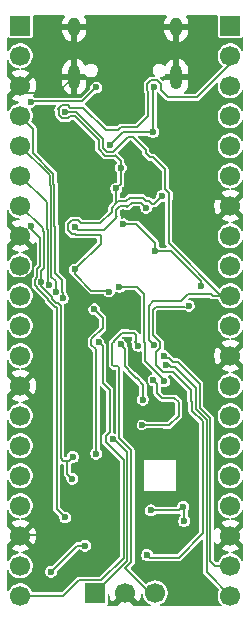
<source format=gbr>
%TF.GenerationSoftware,KiCad,Pcbnew,9.0.6*%
%TF.CreationDate,2026-02-18T17:47:18+01:00*%
%TF.ProjectId,devboard,64657662-6f61-4726-942e-6b696361645f,rev?*%
%TF.SameCoordinates,Original*%
%TF.FileFunction,Copper,L2,Bot*%
%TF.FilePolarity,Positive*%
%FSLAX46Y46*%
G04 Gerber Fmt 4.6, Leading zero omitted, Abs format (unit mm)*
G04 Created by KiCad (PCBNEW 9.0.6) date 2026-02-18 17:47:18*
%MOMM*%
%LPD*%
G01*
G04 APERTURE LIST*
%TA.AperFunction,ComponentPad*%
%ADD10R,1.700000X1.700000*%
%TD*%
%TA.AperFunction,ComponentPad*%
%ADD11C,1.700000*%
%TD*%
%TA.AperFunction,HeatsinkPad*%
%ADD12O,1.000000X2.100000*%
%TD*%
%TA.AperFunction,HeatsinkPad*%
%ADD13O,1.000000X1.600000*%
%TD*%
%TA.AperFunction,ViaPad*%
%ADD14C,0.600000*%
%TD*%
%TA.AperFunction,Conductor*%
%ADD15C,0.200000*%
%TD*%
G04 APERTURE END LIST*
D10*
%TO.P,J2,1,Pin_1*%
%TO.N,GPIO0*%
X51610000Y-50370000D03*
D11*
%TO.P,J2,2,Pin_2*%
%TO.N,GPIO1*%
X51610000Y-52910000D03*
%TO.P,J2,3,Pin_3*%
%TO.N,GND*%
X51610000Y-55450000D03*
%TO.P,J2,4,Pin_4*%
%TO.N,GPIO2*%
X51610000Y-57990000D03*
%TO.P,J2,5,Pin_5*%
%TO.N,GPIO3*%
X51610000Y-60530000D03*
%TO.P,J2,6,Pin_6*%
%TO.N,GPIO4*%
X51610000Y-63070000D03*
%TO.P,J2,7,Pin_7*%
%TO.N,GPIO5*%
X51610000Y-65610000D03*
%TO.P,J2,8,Pin_8*%
%TO.N,GND*%
X51610000Y-68150000D03*
%TO.P,J2,9,Pin_9*%
%TO.N,GPIO6*%
X51610000Y-70690000D03*
%TO.P,J2,10,Pin_10*%
%TO.N,GPIO7*%
X51610000Y-73230000D03*
%TO.P,J2,11,Pin_11*%
%TO.N,GPIO8*%
X51610000Y-75770000D03*
%TO.P,J2,12,Pin_12*%
%TO.N,GPIO9*%
X51610000Y-78310000D03*
%TO.P,J2,13,Pin_13*%
%TO.N,GND*%
X51610000Y-80850000D03*
%TO.P,J2,14,Pin_14*%
%TO.N,GPIO10*%
X51610000Y-83390000D03*
%TO.P,J2,15,Pin_15*%
%TO.N,GPIO11*%
X51610000Y-85930000D03*
%TO.P,J2,16,Pin_16*%
%TO.N,GPIO12*%
X51610000Y-88470000D03*
%TO.P,J2,17,Pin_17*%
%TO.N,GPIO13*%
X51610000Y-91010000D03*
%TO.P,J2,18,Pin_18*%
%TO.N,GND*%
X51610000Y-93550000D03*
%TO.P,J2,19,Pin_19*%
%TO.N,GPIO14*%
X51610000Y-96090000D03*
%TO.P,J2,20,Pin_20*%
%TO.N,GPIO15*%
X51610000Y-98630000D03*
%TD*%
D10*
%TO.P,J4,1,Pin_1*%
%TO.N,SWCLK*%
X57960000Y-98390000D03*
D11*
%TO.P,J4,2,Pin_2*%
%TO.N,GND*%
X60500000Y-98390000D03*
%TO.P,J4,3,Pin_3*%
%TO.N,SWD*%
X63040000Y-98390000D03*
%TD*%
D10*
%TO.P,J3,1,Pin_1*%
%TO.N,VBUS*%
X69390000Y-50370000D03*
D11*
%TO.P,J3,2,Pin_2*%
%TO.N,+3V3*%
X69390000Y-52910000D03*
%TO.P,J3,3,Pin_3*%
%TO.N,GPIO29_ADC3*%
X69390000Y-55450000D03*
%TO.P,J3,4,Pin_4*%
%TO.N,GPIO28_ADC2*%
X69390000Y-57990000D03*
%TO.P,J3,5,Pin_5*%
%TO.N,GPIO27_ADC1*%
X69390000Y-60530000D03*
%TO.P,J3,6,Pin_6*%
%TO.N,GPIO26_ADC0*%
X69390000Y-63070000D03*
%TO.P,J3,7,Pin_7*%
%TO.N,GND*%
X69390000Y-65610000D03*
%TO.P,J3,8,Pin_8*%
%TO.N,GPIO24*%
X69390000Y-68150000D03*
%TO.P,J3,9,Pin_9*%
%TO.N,GPIO23*%
X69390000Y-70690000D03*
%TO.P,J3,10,Pin_10*%
%TO.N,RUN*%
X69390000Y-73230000D03*
%TO.P,J3,11,Pin_11*%
%TO.N,GPIO22*%
X69390000Y-75770000D03*
%TO.P,J3,12,Pin_12*%
%TO.N,GND*%
X69390000Y-78310000D03*
%TO.P,J3,13,Pin_13*%
%TO.N,GPIO21*%
X69390000Y-80850000D03*
%TO.P,J3,14,Pin_14*%
%TO.N,GPIO20*%
X69390000Y-83390000D03*
%TO.P,J3,15,Pin_15*%
%TO.N,GPIO19*%
X69390000Y-85930000D03*
%TO.P,J3,16,Pin_16*%
%TO.N,GPIO18*%
X69390000Y-88470000D03*
%TO.P,J3,17,Pin_17*%
%TO.N,+3V3*%
X69390000Y-91010000D03*
%TO.P,J3,18,Pin_18*%
%TO.N,GND*%
X69390000Y-93550000D03*
%TO.P,J3,19,Pin_19*%
%TO.N,GPIO17*%
X69390000Y-96090000D03*
%TO.P,J3,20,Pin_20*%
%TO.N,GPIO16*%
X69390000Y-98630000D03*
%TD*%
D12*
%TO.P,J1,S1,SHIELD*%
%TO.N,GND*%
X64820000Y-54680000D03*
D13*
X64820000Y-50500000D03*
D12*
X56180000Y-54680000D03*
D13*
X56180000Y-50500000D03*
%TD*%
D14*
%TO.N,+3V3*%
X65400000Y-91080000D03*
X59110000Y-72877498D03*
X65480000Y-92300000D03*
X54220000Y-96600000D03*
X63625000Y-64780000D03*
X60120000Y-62397500D03*
X59730000Y-64147500D03*
X57100000Y-94400000D03*
X62680000Y-91400000D03*
X56230000Y-71010000D03*
%TO.N,GND*%
X66849411Y-77099411D03*
X62850000Y-60915000D03*
X60340000Y-66220000D03*
X63280000Y-92300000D03*
X63110000Y-67490000D03*
X64520000Y-92300000D03*
X58680000Y-87625000D03*
X67160000Y-74560000D03*
X52550000Y-69500000D03*
X50950000Y-71950000D03*
X58961897Y-76825227D03*
X64459411Y-81119411D03*
X57100000Y-95360000D03*
X58220000Y-62450000D03*
X64410000Y-82499000D03*
X59270000Y-80160000D03*
X64200000Y-85100000D03*
X56400000Y-82040000D03*
X55905000Y-63240000D03*
X55260000Y-71010000D03*
X56470000Y-84650000D03*
X57100000Y-92220000D03*
X62000000Y-82985000D03*
X65175000Y-64780000D03*
X57695000Y-66125000D03*
X55450000Y-68975000D03*
X62530000Y-62100000D03*
X59169000Y-91700000D03*
X65600000Y-61900000D03*
X55180000Y-96600000D03*
%TO.N,+1V1*%
X63033192Y-69460532D03*
X60340000Y-67180000D03*
X66885050Y-72414823D03*
X60001376Y-72475338D03*
X63785197Y-80475668D03*
%TO.N,VBUS*%
X55400000Y-92000000D03*
X52500000Y-56800000D03*
X58050000Y-55595000D03*
X52558000Y-67304899D03*
X59200000Y-60460000D03*
X62850000Y-59365000D03*
X62950000Y-55595000D03*
%TO.N,XIN*%
X62000000Y-82025000D03*
X60120000Y-77350000D03*
%TO.N,RUN*%
X55400000Y-57700000D03*
X62942235Y-77403578D03*
%TO.N,GPIO25*%
X62350000Y-95175000D03*
X65880000Y-74080000D03*
%TO.N,GPIO15*%
X58240000Y-77170000D03*
%TO.N,GPIO2*%
X55225441Y-73446877D03*
%TO.N,GPIO3*%
X54630403Y-72936482D03*
%TO.N,GPIO4*%
X57883878Y-74388580D03*
X54053349Y-72359427D03*
X58030000Y-86600000D03*
%TO.N,GPIO5*%
X56067388Y-86875323D03*
X56010000Y-88720000D03*
X53384170Y-72093714D03*
%TO.N,GPIO17*%
X63738494Y-78305791D03*
%TO.N,GPIO16*%
X63940000Y-79080000D03*
%TO.N,SWCLK*%
X61910000Y-84200000D03*
X59450000Y-85390000D03*
X62890000Y-80370000D03*
%TO.N,SWD*%
X61611137Y-77478500D03*
%TO.N,QSPI_SS*%
X62260000Y-65770000D03*
X56274616Y-67432130D03*
%TD*%
D15*
%TO.N,+3V3*%
X62799943Y-65460000D02*
X62508943Y-65169000D01*
X56230000Y-71430797D02*
X56230000Y-71010000D01*
X62701057Y-54994000D02*
X62349000Y-55346057D01*
X55673616Y-67681073D02*
X55673616Y-67183187D01*
X62449000Y-55943943D02*
X62449000Y-58043829D01*
X56792429Y-67100000D02*
X58390000Y-67100000D01*
X66590000Y-56410000D02*
X64117057Y-56410000D01*
X69390000Y-52910000D02*
X69390000Y-53610000D01*
X63551000Y-55346057D02*
X63198943Y-54994000D01*
X59338000Y-65804957D02*
X59730000Y-65412957D01*
X64117057Y-56410000D02*
X63551000Y-55843943D01*
X58390000Y-67100000D02*
X59338000Y-66152000D01*
X56523559Y-66831130D02*
X56792429Y-67100000D01*
X63551000Y-55843943D02*
X63551000Y-55346057D01*
X60883900Y-64939000D02*
X60604900Y-65218000D01*
X54799000Y-57451057D02*
X54912137Y-57451057D01*
X57100000Y-94400000D02*
X56420000Y-94400000D01*
X58818095Y-61382000D02*
X59581906Y-61382000D01*
X58278000Y-60078094D02*
X58278000Y-60841906D01*
X56346284Y-68071000D02*
X56308900Y-68033616D01*
X54879000Y-57484194D02*
X54879000Y-57915806D01*
X63198943Y-54994000D02*
X62701057Y-54994000D01*
X65080000Y-91400000D02*
X62680000Y-91400000D01*
X61528829Y-58964000D02*
X60128900Y-58964000D01*
X55184194Y-58221000D02*
X55615806Y-58221000D01*
X62449000Y-58043829D02*
X61528829Y-58964000D01*
X55674102Y-67681559D02*
X55673616Y-67681073D01*
X62349000Y-55843943D02*
X62449000Y-55943943D01*
X60120000Y-62397500D02*
X60120000Y-63757500D01*
X63625000Y-64780000D02*
X62945000Y-65460000D01*
X59581906Y-61382000D02*
X59634453Y-61329453D01*
X56420000Y-94400000D02*
X54220000Y-96600000D01*
X59634453Y-61329453D02*
X60120000Y-61815000D01*
X65480000Y-91160000D02*
X65400000Y-91080000D01*
X65400000Y-91080000D02*
X65080000Y-91400000D01*
X58410000Y-68830000D02*
X58410000Y-68071000D01*
X62508943Y-65169000D02*
X62226100Y-65169000D01*
X65480000Y-92300000D02*
X65480000Y-91160000D01*
X69390000Y-53610000D02*
X66590000Y-56410000D01*
X56946100Y-57299000D02*
X55848943Y-57299000D01*
X58280547Y-60075547D02*
X58278000Y-60078094D01*
X55848943Y-57299000D02*
X55648943Y-57099000D01*
X60120000Y-63757500D02*
X59730000Y-64147500D01*
X55674000Y-67681559D02*
X55674102Y-67681559D01*
X59090000Y-72790000D02*
X57589203Y-72790000D01*
X55815806Y-58021000D02*
X56226000Y-58021000D01*
X55615806Y-58221000D02*
X55815806Y-58021000D01*
X59730000Y-65412957D02*
X59730000Y-64147500D01*
X60604900Y-65218000D02*
X59924957Y-65218000D01*
X61996100Y-64939000D02*
X60883900Y-64939000D01*
X62226100Y-65169000D02*
X61996100Y-64939000D01*
X56025673Y-66831130D02*
X56523559Y-66831130D01*
X60120000Y-61815000D02*
X60120000Y-62397500D01*
X56026057Y-68033616D02*
X55674000Y-67681559D01*
X58278000Y-60841906D02*
X58818095Y-61382000D01*
X56226000Y-58021000D02*
X58280547Y-60075547D01*
X54879000Y-57915806D02*
X55184194Y-58221000D01*
X59338000Y-66152000D02*
X59338000Y-65804957D01*
X55673616Y-67183187D02*
X56025673Y-66831130D01*
X58410000Y-68071000D02*
X56346284Y-68071000D01*
X54912137Y-57451057D02*
X54879000Y-57484194D01*
X59892900Y-59200000D02*
X58847100Y-59200000D01*
X62349000Y-55346057D02*
X62349000Y-55843943D01*
X56230000Y-71010000D02*
X58410000Y-68830000D01*
X59924957Y-65218000D02*
X59730000Y-65412957D01*
X58847100Y-59200000D02*
X56946100Y-57299000D01*
X55151057Y-57099000D02*
X54799000Y-57451057D01*
X60128900Y-58964000D02*
X59892900Y-59200000D01*
X56308900Y-68033616D02*
X56026057Y-68033616D01*
X57589203Y-72790000D02*
X56230000Y-71430797D01*
X62945000Y-65460000D02*
X62799943Y-65460000D01*
X55648943Y-57099000D02*
X55151057Y-57099000D01*
%TO.N,GND*%
X61840000Y-66220000D02*
X63110000Y-67490000D01*
X65440000Y-62060000D02*
X65600000Y-61900000D01*
X52550000Y-69500000D02*
X52550000Y-70115377D01*
X62485000Y-82500000D02*
X62000000Y-82985000D01*
X68835000Y-65055000D02*
X65450000Y-65055000D01*
X65175000Y-64780000D02*
X65440000Y-64515000D01*
X59001000Y-74655759D02*
X59001000Y-76786124D01*
X57695000Y-66125000D02*
X56095000Y-66125000D01*
X64345707Y-82499000D02*
X64344707Y-82500000D01*
X61389000Y-83984194D02*
X61389000Y-84415806D01*
X61389000Y-84415806D02*
X61694194Y-84721000D01*
X51139000Y-71761000D02*
X50950000Y-71950000D01*
X58961897Y-76825227D02*
X58961897Y-77324797D01*
X58991000Y-79881000D02*
X59270000Y-80160000D01*
X58969000Y-91500000D02*
X59169000Y-91700000D01*
X58205057Y-87625000D02*
X56470000Y-85889943D01*
X58000000Y-91500000D02*
X58969000Y-91500000D01*
X63621000Y-84521000D02*
X64200000Y-85100000D01*
X64410000Y-82499000D02*
X64410000Y-83490000D01*
X61694194Y-83679000D02*
X61389000Y-83984194D01*
X61694194Y-84721000D02*
X62125806Y-84721000D01*
X65450000Y-65055000D02*
X65175000Y-64780000D01*
X55355241Y-71010000D02*
X59001000Y-74655759D01*
X51660000Y-93500000D02*
X51610000Y-93550000D01*
X55272616Y-66947384D02*
X55272616Y-68797616D01*
X57430000Y-63240000D02*
X58220000Y-62450000D01*
X56420000Y-95360000D02*
X55180000Y-96600000D01*
X65600000Y-61900000D02*
X63835000Y-61900000D01*
X64520000Y-92300000D02*
X63280000Y-92300000D01*
X65440000Y-64515000D02*
X65440000Y-62060000D01*
X67160000Y-76788822D02*
X66849411Y-77099411D01*
X55450000Y-68975000D02*
X55450000Y-70820000D01*
X67160000Y-74560000D02*
X67160000Y-76788822D01*
X64021000Y-83879000D02*
X62325806Y-83879000D01*
X56180000Y-54680000D02*
X54760000Y-56100000D01*
X52053623Y-71761000D02*
X51139000Y-71761000D01*
X57120000Y-92200000D02*
X57300000Y-92200000D01*
X63835000Y-61900000D02*
X62850000Y-60915000D01*
X51610000Y-80850000D02*
X51610000Y-80710000D01*
X55905000Y-63240000D02*
X57430000Y-63240000D01*
X64344707Y-82500000D02*
X62485000Y-82500000D01*
X58680000Y-87625000D02*
X58205057Y-87625000D01*
X58961897Y-77324797D02*
X58991000Y-77353900D01*
X69390000Y-65610000D02*
X68835000Y-65055000D01*
X52260000Y-56100000D02*
X51610000Y-55450000D01*
X55450000Y-70820000D02*
X55260000Y-71010000D01*
X58991000Y-77353900D02*
X58991000Y-79881000D01*
X60340000Y-66220000D02*
X61840000Y-66220000D01*
X56470000Y-84650000D02*
X56470000Y-85889943D01*
X55260000Y-71010000D02*
X55355241Y-71010000D01*
X52550000Y-70115377D02*
X52681000Y-70246377D01*
X55272616Y-68797616D02*
X55450000Y-68975000D01*
X54760000Y-56100000D02*
X52260000Y-56100000D01*
X56470000Y-82110000D02*
X56400000Y-82040000D01*
X56095000Y-66125000D02*
X55272616Y-66947384D01*
X64410000Y-82499000D02*
X64345707Y-82499000D01*
X52681000Y-71133623D02*
X52053623Y-71761000D01*
X59001000Y-76786124D02*
X58961897Y-76825227D01*
X64410000Y-83490000D02*
X64021000Y-83879000D01*
X62325806Y-83879000D02*
X62125806Y-83679000D01*
X62125806Y-83679000D02*
X61694194Y-83679000D01*
X57100000Y-95360000D02*
X56420000Y-95360000D01*
X55820000Y-93500000D02*
X51660000Y-93500000D01*
X57100000Y-92220000D02*
X55820000Y-93500000D01*
X57300000Y-92200000D02*
X58000000Y-91500000D01*
X62125806Y-84721000D02*
X62325806Y-84521000D01*
X62325806Y-84521000D02*
X63621000Y-84521000D01*
X56470000Y-84650000D02*
X56470000Y-82110000D01*
X52681000Y-70246377D02*
X52681000Y-71133623D01*
X57100000Y-92220000D02*
X57120000Y-92200000D01*
%TO.N,+1V1*%
X63033192Y-68763192D02*
X61450000Y-67180000D01*
X62212137Y-77240580D02*
X62099002Y-77127445D01*
X62099002Y-77127445D02*
X62099002Y-73059002D01*
X62212137Y-78769180D02*
X62212137Y-77240580D01*
X63785197Y-80342240D02*
X62212137Y-78769180D01*
X61450000Y-67180000D02*
X60340000Y-67180000D01*
X63033192Y-69460532D02*
X63033192Y-68763192D01*
X64370532Y-69460532D02*
X63033192Y-69460532D01*
X61515338Y-72475338D02*
X60001376Y-72475338D01*
X63785197Y-80475668D02*
X63785197Y-80342240D01*
X63785197Y-80475668D02*
X63724332Y-80475668D01*
X66885050Y-71975050D02*
X64370532Y-69460532D01*
X62099002Y-73059002D02*
X61515338Y-72475338D01*
X66885050Y-72414823D02*
X66885050Y-71975050D01*
%TO.N,VBUS*%
X60295000Y-59365000D02*
X59200000Y-60460000D01*
X53063170Y-70977727D02*
X53287145Y-70753753D01*
X53058265Y-72553697D02*
X53058265Y-72504615D01*
X54514263Y-74153216D02*
X53974170Y-73613122D01*
X53063170Y-71677908D02*
X53063170Y-70977727D01*
X56867000Y-56778000D02*
X58050000Y-55595000D01*
X54699000Y-74194433D02*
X54657784Y-74153217D01*
X52522000Y-56778000D02*
X56867000Y-56778000D01*
X53974170Y-73613122D02*
X53974170Y-73469601D01*
X54657784Y-74153217D02*
X54514263Y-74153216D01*
X53058265Y-72504615D02*
X52863170Y-72309520D01*
X53974170Y-73469601D02*
X53058265Y-72553697D01*
X62850000Y-59365000D02*
X62850000Y-55695000D01*
X52863170Y-71877908D02*
X53063170Y-71677908D01*
X52558000Y-67583377D02*
X52558000Y-67304899D01*
X54699000Y-91299000D02*
X54699000Y-74194433D01*
X62850000Y-59365000D02*
X60295000Y-59365000D01*
X52500000Y-56800000D02*
X52522000Y-56778000D01*
X53287145Y-70753753D02*
X53287145Y-68312522D01*
X53287145Y-68312522D02*
X52558000Y-67583377D01*
X55400000Y-92000000D02*
X54699000Y-91299000D01*
X52863170Y-72309520D02*
X52863170Y-71877908D01*
X62850000Y-55695000D02*
X62950000Y-55595000D01*
%TO.N,XIN*%
X61099000Y-79859000D02*
X61099000Y-79878943D01*
X60120000Y-77350000D02*
X60120000Y-77405361D01*
X60120000Y-77405361D02*
X60450000Y-77735361D01*
X60450000Y-79210000D02*
X61099000Y-79859000D01*
X61099000Y-79878943D02*
X61451057Y-80231000D01*
X61471000Y-80231000D02*
X62000000Y-80760000D01*
X60450000Y-77735361D02*
X60450000Y-79210000D01*
X62000000Y-80760000D02*
X62000000Y-82025000D01*
X61451057Y-80231000D02*
X61471000Y-80231000D01*
%TO.N,RUN*%
X69390000Y-73230000D02*
X68615000Y-73230000D01*
X65190057Y-73700000D02*
X65800057Y-73090000D01*
X58599000Y-60708943D02*
X58599000Y-60211057D01*
X61116000Y-59766000D02*
X60743944Y-59766000D01*
X64226000Y-65028943D02*
X64226000Y-64531057D01*
X62500002Y-76961345D02*
X62500002Y-75939996D01*
X63873943Y-64179000D02*
X63873943Y-62523943D01*
X62880000Y-73700000D02*
X65190057Y-73700000D01*
X62942235Y-77403578D02*
X62500002Y-76961345D01*
X60743944Y-59766000D02*
X59448943Y-61061000D01*
X58951057Y-61061000D02*
X58599000Y-60708943D01*
X62500002Y-75939996D02*
X62510000Y-75929998D01*
X67910000Y-73230000D02*
X69390000Y-73230000D01*
X58599000Y-60211057D02*
X58601547Y-60208509D01*
X56358962Y-57700000D02*
X55400000Y-57700000D01*
X58601547Y-59942585D02*
X56358962Y-57700000D01*
X59448943Y-61061000D02*
X58951057Y-61061000D01*
X64167472Y-68782472D02*
X64167472Y-65087472D01*
X63873943Y-62523943D02*
X62866000Y-61516000D01*
X64226000Y-64531057D02*
X63873943Y-64179000D01*
X62601057Y-61516000D02*
X62249000Y-61163943D01*
X62510000Y-74070000D02*
X62880000Y-73700000D01*
X65800057Y-73090000D02*
X67770000Y-73090000D01*
X62249000Y-61163943D02*
X62249000Y-60899000D01*
X67770000Y-73090000D02*
X67910000Y-73230000D01*
X62249000Y-60899000D02*
X61116000Y-59766000D01*
X68615000Y-73230000D02*
X64167472Y-68782472D01*
X64167472Y-65087472D02*
X64226000Y-65028943D01*
X62510000Y-75929998D02*
X62510000Y-74070000D01*
X58601547Y-60208509D02*
X58601547Y-59942585D01*
X62866000Y-61516000D02*
X62601057Y-61516000D01*
%TO.N,GPIO25*%
X62821002Y-76550584D02*
X62821002Y-76072959D01*
X66149000Y-82952963D02*
X66149000Y-82236100D01*
X66149000Y-82236100D02*
X66059000Y-82146100D01*
X62821002Y-76072959D02*
X62831000Y-76062961D01*
X65010000Y-95400000D02*
X67058000Y-93352000D01*
X63140000Y-77924578D02*
X63158041Y-77924578D01*
X63137494Y-78056848D02*
X63140000Y-78054342D01*
X64563900Y-79681000D02*
X63691057Y-79681000D01*
X63158041Y-77924578D02*
X63463235Y-77619384D01*
X63691057Y-79681000D02*
X63137494Y-79127437D01*
X63137494Y-79127437D02*
X63137494Y-78056848D01*
X63463235Y-77187772D02*
X63158041Y-76882578D01*
X62831000Y-74404000D02*
X63065000Y-74170000D01*
X66059000Y-81176100D02*
X64563900Y-79681000D01*
X62350000Y-95175000D02*
X62575000Y-95400000D01*
X63140000Y-78054342D02*
X63140000Y-77924578D01*
X63158041Y-76882578D02*
X63152996Y-76882578D01*
X62575000Y-95400000D02*
X65010000Y-95400000D01*
X67058000Y-83861962D02*
X66149000Y-82952963D01*
X63065000Y-74170000D02*
X65570000Y-74170000D01*
X63463235Y-77619384D02*
X63463235Y-77187772D01*
X62831000Y-76062961D02*
X62831000Y-74404000D01*
X66059000Y-82146100D02*
X66059000Y-81176100D01*
X63152996Y-76882578D02*
X62821002Y-76550584D01*
X67058000Y-93352000D02*
X67058000Y-83861962D01*
%TO.N,GPIO15*%
X60358000Y-87147943D02*
X58849000Y-85638943D01*
X60358000Y-95442000D02*
X60358000Y-87147943D01*
X59200000Y-81210000D02*
X58590000Y-80600000D01*
X58590000Y-77520000D02*
X58240000Y-77170000D01*
X58240000Y-77170000D02*
X58240000Y-77100000D01*
X58849000Y-85638943D02*
X58849000Y-85141057D01*
X59201057Y-84789000D02*
X59200000Y-84789000D01*
X59200000Y-84789000D02*
X59200000Y-81210000D01*
X58590000Y-80600000D02*
X58590000Y-77520000D01*
X55270000Y-98630000D02*
X56581000Y-97319000D01*
X58481000Y-97319000D02*
X60358000Y-95442000D01*
X58849000Y-85141057D02*
X59201057Y-84789000D01*
X51610000Y-98630000D02*
X55270000Y-98630000D01*
X56581000Y-97319000D02*
X58481000Y-97319000D01*
%TO.N,GPIO2*%
X52700000Y-59080000D02*
X51610000Y-57990000D01*
X54571145Y-71321145D02*
X54571145Y-67386245D01*
X54501000Y-67316100D02*
X54501000Y-63811900D01*
X55150403Y-72950000D02*
X55150403Y-71900403D01*
X55150403Y-71900403D02*
X54571145Y-71321145D01*
X55225441Y-73025038D02*
X55150403Y-72950000D01*
X54501000Y-63811900D02*
X54421000Y-63731900D01*
X52700000Y-61166038D02*
X52700000Y-59080000D01*
X54571145Y-67386245D02*
X54501000Y-67316100D01*
X54421000Y-63731900D02*
X54421000Y-62887038D01*
X54421000Y-62887038D02*
X52700000Y-61166038D01*
X55225441Y-73446877D02*
X55225441Y-73025038D01*
%TO.N,GPIO3*%
X54180000Y-63944863D02*
X54100000Y-63864862D01*
X54250145Y-71646549D02*
X54250145Y-67519208D01*
X54600000Y-72906079D02*
X54600000Y-71996404D01*
X54100000Y-63864862D02*
X54100000Y-63020000D01*
X54180000Y-67449062D02*
X54180000Y-63944863D01*
X54630403Y-72936482D02*
X54630403Y-72726415D01*
X54600000Y-71996404D02*
X54250145Y-71646549D01*
X54250145Y-67519208D02*
X54180000Y-67449062D01*
X54100000Y-63020000D02*
X51610000Y-60530000D01*
X54630403Y-72936482D02*
X54600000Y-72906079D01*
%TO.N,GPIO4*%
X53859000Y-67582023D02*
X53859000Y-65319000D01*
X53929145Y-72235223D02*
X53929145Y-71207447D01*
X53859000Y-65319000D02*
X51610000Y-63070000D01*
X53929145Y-67652170D02*
X53859000Y-67582023D01*
X57639000Y-76921057D02*
X58600000Y-75960057D01*
X58030000Y-77771000D02*
X57991057Y-77771000D01*
X54053349Y-72359427D02*
X53929145Y-72235223D01*
X57639000Y-77418943D02*
X57639000Y-76921057D01*
X58030000Y-86540000D02*
X58030000Y-77771000D01*
X57991057Y-77771000D02*
X57639000Y-77418943D01*
X53929145Y-71207447D02*
X53929145Y-67652170D01*
X58600000Y-75104702D02*
X57883878Y-74388580D01*
X58090000Y-86600000D02*
X58030000Y-86540000D01*
X58600000Y-75960057D02*
X58600000Y-75104702D01*
%TO.N,GPIO5*%
X53384170Y-72093714D02*
X53384170Y-71110690D01*
X53608145Y-67785131D02*
X53537997Y-67714981D01*
X55020000Y-86964003D02*
X55265262Y-87209265D01*
X53379265Y-72420735D02*
X53379265Y-72098619D01*
X55265262Y-87209265D02*
X55600000Y-87209265D01*
X53537997Y-67714981D02*
X53538000Y-67538000D01*
X54647226Y-73832216D02*
X54790747Y-73832216D01*
X55020000Y-74061470D02*
X55020000Y-86964003D01*
X53384170Y-72093714D02*
X53384170Y-72106702D01*
X53379265Y-72098619D02*
X53384170Y-72093714D01*
X54295170Y-73480159D02*
X54647226Y-73832216D01*
X53379265Y-72420735D02*
X54295170Y-73336639D01*
X53384170Y-71110690D02*
X53608145Y-70886715D01*
X53608145Y-70886715D02*
X53608145Y-67785131D01*
X54790747Y-73832216D02*
X55020000Y-74061470D01*
X56067388Y-86875323D02*
X55733446Y-87209265D01*
X53538000Y-67538000D02*
X51610000Y-65610000D01*
X54295170Y-73336639D02*
X54295170Y-73480159D01*
X55733446Y-87209265D02*
X55600000Y-87209265D01*
X55600000Y-88310000D02*
X56010000Y-88720000D01*
X55600000Y-87209265D02*
X55600000Y-88310000D01*
%TO.N,GPIO17*%
X66800000Y-82696038D02*
X67700000Y-83596038D01*
X63911703Y-78479000D02*
X64188943Y-78479000D01*
X67700000Y-95700000D02*
X68090000Y-96090000D01*
X64541000Y-78831057D02*
X64941057Y-78831057D01*
X64188943Y-78479000D02*
X64541000Y-78831057D01*
X63738494Y-78305791D02*
X63911703Y-78479000D01*
X64941057Y-78831057D02*
X66800000Y-80690000D01*
X67700000Y-83596038D02*
X67700000Y-95700000D01*
X68090000Y-96090000D02*
X69390000Y-96090000D01*
X66800000Y-80690000D02*
X66800000Y-82696038D01*
%TO.N,GPIO16*%
X64374900Y-79232057D02*
X64222843Y-79080000D01*
X64682057Y-79232057D02*
X64374900Y-79232057D01*
X67400000Y-96640000D02*
X67400000Y-96553962D01*
X67400000Y-96553962D02*
X67379000Y-96532962D01*
X67379000Y-96532962D02*
X67379000Y-83729000D01*
X64222843Y-79080000D02*
X63940000Y-79080000D01*
X69390000Y-98630000D02*
X67400000Y-96640000D01*
X67379000Y-83729000D02*
X66470000Y-82820000D01*
X66470000Y-81020000D02*
X64682057Y-79232057D01*
X63940000Y-79080000D02*
X63890000Y-79080000D01*
X66470000Y-82820000D02*
X66470000Y-81020000D01*
%TO.N,SWCLK*%
X61910000Y-84200000D02*
X64200000Y-84200000D01*
X60679000Y-95671000D02*
X60679000Y-86449000D01*
X63619000Y-81899000D02*
X63184197Y-81464197D01*
X63184197Y-81464197D02*
X63184197Y-80675670D01*
X65011000Y-82251057D02*
X64658943Y-81899000D01*
X57960000Y-98390000D02*
X60679000Y-95671000D01*
X63184197Y-80675670D02*
X62890000Y-80381473D01*
X62890000Y-80381473D02*
X62890000Y-80370000D01*
X64200000Y-84200000D02*
X65011000Y-83389000D01*
X65011000Y-83389000D02*
X65011000Y-82251057D01*
X60679000Y-86449000D02*
X59470000Y-85240000D01*
X64658943Y-81899000D02*
X63619000Y-81899000D01*
%TO.N,SWD*%
X61220000Y-76400000D02*
X60760000Y-76400000D01*
X59519000Y-77101057D02*
X59519000Y-77118067D01*
X60200000Y-76390000D02*
X59870000Y-76720000D01*
X61370216Y-76989784D02*
X61390000Y-76970000D01*
X59870000Y-76720000D02*
X59870000Y-76750057D01*
X61000000Y-95803962D02*
X60491981Y-96311981D01*
X59400000Y-79060000D02*
X59530000Y-79190000D01*
X59870000Y-76750057D02*
X59519000Y-77101057D01*
X61611137Y-77478500D02*
X61611137Y-77408864D01*
X60750000Y-76390000D02*
X60200000Y-76390000D01*
X61611137Y-77408864D02*
X61321000Y-77118727D01*
X61321000Y-77099000D02*
X61370216Y-77049784D01*
X61370216Y-77049784D02*
X61370216Y-76989784D01*
X62570000Y-98390000D02*
X63040000Y-98390000D01*
X59400000Y-77237067D02*
X59400000Y-79060000D01*
X61321000Y-77118727D02*
X61321000Y-77099000D01*
X60760000Y-76400000D02*
X60750000Y-76390000D01*
X59519000Y-77118067D02*
X59400000Y-77237067D01*
X61390000Y-76570000D02*
X61220000Y-76400000D01*
X60000000Y-85316038D02*
X61000000Y-86316037D01*
X59862900Y-79190000D02*
X60000000Y-79327100D01*
X61000000Y-86316037D02*
X61000000Y-95803962D01*
X59530000Y-79190000D02*
X59862900Y-79190000D01*
X60491981Y-96311981D02*
X62570000Y-98390000D01*
X60000000Y-79327100D02*
X60000000Y-85316038D01*
X61390000Y-76970000D02*
X61390000Y-76570000D01*
%TO.N,QSPI_SS*%
X56512384Y-67670000D02*
X58720000Y-67670000D01*
X59739000Y-66468943D02*
X59739000Y-65971057D01*
X56274616Y-67432130D02*
X56274616Y-67432232D01*
X61050000Y-65340000D02*
X61830000Y-65340000D01*
X61830000Y-65340000D02*
X62260000Y-65770000D01*
X59830029Y-66559971D02*
X59739000Y-66468943D01*
X60588943Y-65619000D02*
X60679972Y-65710028D01*
X56274616Y-67432232D02*
X56512384Y-67670000D01*
X58720000Y-67670000D02*
X59830029Y-66559971D01*
X60091057Y-65619000D02*
X60588943Y-65619000D01*
X60679972Y-65710028D02*
X61050000Y-65340000D01*
X59739000Y-65971057D02*
X60091057Y-65619000D01*
%TD*%
%TA.AperFunction,Conductor*%
%TO.N,GND*%
G36*
X59136826Y-98503412D02*
G01*
X59157589Y-98544162D01*
X59183241Y-98706123D01*
X59183244Y-98706136D01*
X59248904Y-98908217D01*
X59248906Y-98908221D01*
X59345375Y-99097550D01*
X59345378Y-99097556D01*
X59384728Y-99151716D01*
X60017036Y-98519407D01*
X60034075Y-98582993D01*
X60099901Y-98697007D01*
X60192993Y-98790099D01*
X60307007Y-98855925D01*
X60370590Y-98872962D01*
X59765727Y-99477826D01*
X59713401Y-99499500D01*
X59016190Y-99499500D01*
X58963864Y-99477826D01*
X58942190Y-99425500D01*
X58954662Y-99384387D01*
X58998867Y-99318231D01*
X59010500Y-99259748D01*
X59010500Y-98555738D01*
X59032174Y-98503412D01*
X59084500Y-98481738D01*
X59136826Y-98503412D01*
G37*
%TD.AperFunction*%
%TA.AperFunction,Conductor*%
G36*
X61980215Y-98481630D02*
G01*
X61992926Y-98510689D01*
X62029868Y-98696414D01*
X62029870Y-98696420D01*
X62109059Y-98887598D01*
X62194997Y-99016215D01*
X62224023Y-99059655D01*
X62370345Y-99205977D01*
X62542402Y-99320941D01*
X62629777Y-99357133D01*
X62669825Y-99397182D01*
X62669825Y-99453819D01*
X62629776Y-99493867D01*
X62601458Y-99499500D01*
X61286599Y-99499500D01*
X61234273Y-99477826D01*
X60629409Y-98872962D01*
X60692993Y-98855925D01*
X60807007Y-98790099D01*
X60900099Y-98697007D01*
X60965925Y-98582993D01*
X60982962Y-98519409D01*
X61615270Y-99151717D01*
X61615270Y-99151716D01*
X61654618Y-99097561D01*
X61654623Y-99097554D01*
X61751093Y-98908221D01*
X61751095Y-98908217D01*
X61816755Y-98706136D01*
X61816758Y-98706123D01*
X61847259Y-98513550D01*
X61876852Y-98465259D01*
X61931924Y-98452037D01*
X61980215Y-98481630D01*
G37*
%TD.AperFunction*%
%TA.AperFunction,Conductor*%
G36*
X60692529Y-76693021D02*
G01*
X60705718Y-76696555D01*
X60720437Y-76700500D01*
X60720438Y-76700500D01*
X60799562Y-76700500D01*
X61015500Y-76700500D01*
X61067826Y-76722174D01*
X61089500Y-76774500D01*
X61089500Y-76866645D01*
X61086978Y-76885800D01*
X61080729Y-76909118D01*
X61073338Y-76926962D01*
X61040977Y-76983014D01*
X61020500Y-77059435D01*
X61020500Y-77158291D01*
X61040977Y-77234712D01*
X61040979Y-77234717D01*
X61076460Y-77296172D01*
X61076461Y-77296173D01*
X61080159Y-77302578D01*
X61080540Y-77303238D01*
X61098811Y-77321509D01*
X61100346Y-77323249D01*
X61108831Y-77348011D01*
X61118852Y-77372202D01*
X61118371Y-77375849D01*
X61118707Y-77376827D01*
X61118072Y-77378123D01*
X61116331Y-77391351D01*
X61110637Y-77412603D01*
X61110637Y-77544394D01*
X61144743Y-77671681D01*
X61144747Y-77671690D01*
X61181515Y-77735373D01*
X61210637Y-77785814D01*
X61303823Y-77879000D01*
X61417951Y-77944892D01*
X61545242Y-77978999D01*
X61545243Y-77979000D01*
X61545245Y-77979000D01*
X61677031Y-77979000D01*
X61677031Y-77978999D01*
X61804323Y-77944892D01*
X61804329Y-77944888D01*
X61808808Y-77943034D01*
X61809953Y-77945800D01*
X61856764Y-77939621D01*
X61901710Y-77974083D01*
X61911637Y-78011106D01*
X61911637Y-78808744D01*
X61932114Y-78885165D01*
X61932116Y-78885170D01*
X61971677Y-78953691D01*
X62783461Y-79765475D01*
X62805135Y-79817801D01*
X62783461Y-79870127D01*
X62750288Y-79889279D01*
X62696818Y-79903606D01*
X62696809Y-79903610D01*
X62582685Y-79969500D01*
X62489500Y-80062685D01*
X62423610Y-80176809D01*
X62423606Y-80176818D01*
X62389500Y-80304105D01*
X62389500Y-80435894D01*
X62423606Y-80563181D01*
X62423610Y-80563190D01*
X62430711Y-80575489D01*
X62489500Y-80677314D01*
X62582686Y-80770500D01*
X62696814Y-80836392D01*
X62696818Y-80836393D01*
X62828793Y-80871756D01*
X62827923Y-80875001D01*
X62868011Y-80897683D01*
X62883697Y-80943241D01*
X62883697Y-81503761D01*
X62904174Y-81580182D01*
X62904176Y-81580187D01*
X62922380Y-81611716D01*
X62926573Y-81618979D01*
X62943737Y-81648708D01*
X63378540Y-82083511D01*
X63434489Y-82139460D01*
X63503011Y-82179021D01*
X63503012Y-82179021D01*
X63503014Y-82179022D01*
X63505123Y-82179587D01*
X63579435Y-82199499D01*
X63579436Y-82199500D01*
X63579438Y-82199500D01*
X64503820Y-82199500D01*
X64556146Y-82221174D01*
X64688826Y-82353854D01*
X64710500Y-82406180D01*
X64710500Y-83233877D01*
X64688826Y-83286203D01*
X64097203Y-83877826D01*
X64044877Y-83899500D01*
X62347966Y-83899500D01*
X62295640Y-83877826D01*
X62217314Y-83799500D01*
X62103190Y-83733610D01*
X62103181Y-83733606D01*
X61975894Y-83699500D01*
X61975892Y-83699500D01*
X61844108Y-83699500D01*
X61844106Y-83699500D01*
X61716818Y-83733606D01*
X61716809Y-83733610D01*
X61602685Y-83799500D01*
X61509500Y-83892685D01*
X61443610Y-84006809D01*
X61443606Y-84006818D01*
X61409500Y-84134105D01*
X61409500Y-84265894D01*
X61443606Y-84393181D01*
X61443610Y-84393190D01*
X61470901Y-84440459D01*
X61509500Y-84507314D01*
X61602686Y-84600500D01*
X61716814Y-84666392D01*
X61844105Y-84700499D01*
X61844106Y-84700500D01*
X61844108Y-84700500D01*
X61975894Y-84700500D01*
X61975894Y-84700499D01*
X62103186Y-84666392D01*
X62217314Y-84600500D01*
X62295640Y-84522174D01*
X62347966Y-84500500D01*
X64239564Y-84500500D01*
X64239564Y-84500499D01*
X64315989Y-84480021D01*
X64384511Y-84440460D01*
X64440460Y-84384511D01*
X65251460Y-83573511D01*
X65268216Y-83544489D01*
X65291021Y-83504989D01*
X65311499Y-83428564D01*
X65311500Y-83428564D01*
X65311500Y-82211495D01*
X65308286Y-82199500D01*
X65302950Y-82179587D01*
X65302798Y-82179021D01*
X65293542Y-82144474D01*
X65291022Y-82135069D01*
X65271406Y-82101093D01*
X65251462Y-82066549D01*
X65251461Y-82066548D01*
X65251460Y-82066546D01*
X64843454Y-81658540D01*
X64826424Y-81648708D01*
X64784495Y-81624500D01*
X64774933Y-81618979D01*
X64774928Y-81618977D01*
X64698507Y-81598500D01*
X64698505Y-81598500D01*
X63774123Y-81598500D01*
X63721797Y-81576826D01*
X63506371Y-81361400D01*
X63484697Y-81309074D01*
X63484697Y-81008274D01*
X63506371Y-80955948D01*
X63558697Y-80934274D01*
X63586854Y-80941823D01*
X63587526Y-80940202D01*
X63592006Y-80942057D01*
X63592011Y-80942060D01*
X63719302Y-80976167D01*
X63719303Y-80976168D01*
X63719305Y-80976168D01*
X63851091Y-80976168D01*
X63851091Y-80976167D01*
X63978383Y-80942060D01*
X64092511Y-80876168D01*
X64185697Y-80782982D01*
X64251589Y-80668854D01*
X64285696Y-80541562D01*
X64285697Y-80541562D01*
X64285697Y-80409774D01*
X64285696Y-80409773D01*
X64278810Y-80384075D01*
X64251589Y-80282482D01*
X64185697Y-80168354D01*
X64125169Y-80107826D01*
X64103495Y-80055500D01*
X64125169Y-80003174D01*
X64177495Y-79981500D01*
X64408777Y-79981500D01*
X64461103Y-80003174D01*
X65736826Y-81278897D01*
X65758500Y-81331223D01*
X65758500Y-82185664D01*
X65778977Y-82262085D01*
X65778979Y-82262090D01*
X65790431Y-82281924D01*
X65795451Y-82290619D01*
X65818540Y-82330611D01*
X65831796Y-82343867D01*
X65835744Y-82349688D01*
X65840148Y-82371060D01*
X65848500Y-82391223D01*
X65848500Y-82992527D01*
X65868978Y-83068951D01*
X65898740Y-83120501D01*
X65908536Y-83137469D01*
X65908538Y-83137471D01*
X65908540Y-83137474D01*
X66344574Y-83573507D01*
X66735826Y-83964759D01*
X66757500Y-84017085D01*
X66757500Y-93196877D01*
X66735826Y-93249203D01*
X64907203Y-95077826D01*
X64854877Y-95099500D01*
X62904708Y-95099500D01*
X62852382Y-95077826D01*
X62833230Y-95044655D01*
X62816392Y-94981814D01*
X62750500Y-94867686D01*
X62657314Y-94774500D01*
X62566683Y-94722174D01*
X62543190Y-94708610D01*
X62543181Y-94708606D01*
X62415894Y-94674500D01*
X62415892Y-94674500D01*
X62284108Y-94674500D01*
X62284106Y-94674500D01*
X62156818Y-94708606D01*
X62156809Y-94708610D01*
X62042685Y-94774500D01*
X61949500Y-94867685D01*
X61883610Y-94981809D01*
X61883606Y-94981818D01*
X61849500Y-95109105D01*
X61849500Y-95240894D01*
X61883606Y-95368181D01*
X61883610Y-95368190D01*
X61913722Y-95420345D01*
X61949500Y-95482314D01*
X62042686Y-95575500D01*
X62156814Y-95641392D01*
X62284105Y-95675499D01*
X62284106Y-95675500D01*
X62284108Y-95675500D01*
X62415894Y-95675500D01*
X62420672Y-95674871D01*
X62454187Y-95679283D01*
X62454326Y-95678766D01*
X62458258Y-95679819D01*
X62458648Y-95679871D01*
X62459009Y-95680020D01*
X62459011Y-95680021D01*
X62535435Y-95700499D01*
X62535436Y-95700500D01*
X62535438Y-95700500D01*
X65049564Y-95700500D01*
X65049564Y-95700499D01*
X65125989Y-95680021D01*
X65194511Y-95640460D01*
X65250460Y-95584511D01*
X66952174Y-93882797D01*
X67004500Y-93861123D01*
X67056826Y-93882797D01*
X67078500Y-93935123D01*
X67078500Y-96572526D01*
X67096978Y-96641484D01*
X67097473Y-96643434D01*
X67099500Y-96651914D01*
X67099500Y-96679562D01*
X67119979Y-96755989D01*
X67122096Y-96759655D01*
X67127482Y-96768985D01*
X67127483Y-96768986D01*
X67159540Y-96824511D01*
X68426548Y-98091519D01*
X68448222Y-98143845D01*
X68442589Y-98172164D01*
X68379870Y-98323579D01*
X68379868Y-98323586D01*
X68339500Y-98526535D01*
X68339500Y-98733464D01*
X68379868Y-98936413D01*
X68379870Y-98936420D01*
X68459059Y-99127598D01*
X68574022Y-99299654D01*
X68647542Y-99373174D01*
X68669216Y-99425500D01*
X68647542Y-99477826D01*
X68595216Y-99499500D01*
X63478542Y-99499500D01*
X63426216Y-99477826D01*
X63404542Y-99425500D01*
X63426216Y-99373174D01*
X63450223Y-99357133D01*
X63537598Y-99320941D01*
X63709655Y-99205977D01*
X63855977Y-99059655D01*
X63970941Y-98887598D01*
X64050130Y-98696420D01*
X64090500Y-98493465D01*
X64090500Y-98286535D01*
X64050130Y-98083580D01*
X63970941Y-97892402D01*
X63855977Y-97720345D01*
X63709655Y-97574023D01*
X63537598Y-97459059D01*
X63346420Y-97379870D01*
X63346413Y-97379868D01*
X63193516Y-97349455D01*
X63143465Y-97339500D01*
X62936535Y-97339500D01*
X62896385Y-97347486D01*
X62733586Y-97379868D01*
X62733579Y-97379870D01*
X62542401Y-97459059D01*
X62370345Y-97574022D01*
X62370338Y-97574028D01*
X62326994Y-97617372D01*
X62274668Y-97639046D01*
X62222343Y-97617372D01*
X60969278Y-96364307D01*
X60947604Y-96311981D01*
X60969278Y-96259655D01*
X61095327Y-96133606D01*
X61240460Y-95988473D01*
X61248809Y-95974012D01*
X61280021Y-95919951D01*
X61300499Y-95843526D01*
X61300500Y-95843526D01*
X61300500Y-91334105D01*
X62179500Y-91334105D01*
X62179500Y-91465894D01*
X62213606Y-91593181D01*
X62213607Y-91593184D01*
X62213608Y-91593186D01*
X62279500Y-91707314D01*
X62372686Y-91800500D01*
X62486814Y-91866392D01*
X62614105Y-91900499D01*
X62614106Y-91900500D01*
X62614108Y-91900500D01*
X62745894Y-91900500D01*
X62745894Y-91900499D01*
X62873186Y-91866392D01*
X62987314Y-91800500D01*
X63065640Y-91722174D01*
X63117966Y-91700500D01*
X65105500Y-91700500D01*
X65157826Y-91722174D01*
X65179500Y-91774500D01*
X65179500Y-91862034D01*
X65157826Y-91914360D01*
X65079500Y-91992685D01*
X65013610Y-92106809D01*
X65013606Y-92106818D01*
X64979500Y-92234105D01*
X64979500Y-92365894D01*
X65013606Y-92493181D01*
X65013610Y-92493190D01*
X65079500Y-92607314D01*
X65172686Y-92700500D01*
X65286814Y-92766392D01*
X65414105Y-92800499D01*
X65414106Y-92800500D01*
X65414108Y-92800500D01*
X65545894Y-92800500D01*
X65545894Y-92800499D01*
X65673186Y-92766392D01*
X65787314Y-92700500D01*
X65880500Y-92607314D01*
X65946392Y-92493186D01*
X65980499Y-92365894D01*
X65980500Y-92365894D01*
X65980500Y-92234106D01*
X65980499Y-92234105D01*
X65968997Y-92191180D01*
X65946392Y-92106814D01*
X65880500Y-91992686D01*
X65802174Y-91914360D01*
X65780500Y-91862034D01*
X65780500Y-91437966D01*
X65799322Y-91392525D01*
X65797547Y-91391163D01*
X65800498Y-91387316D01*
X65800500Y-91387314D01*
X65866392Y-91273186D01*
X65900499Y-91145894D01*
X65900500Y-91145894D01*
X65900500Y-91014106D01*
X65900499Y-91014105D01*
X65866393Y-90886818D01*
X65866392Y-90886814D01*
X65800500Y-90772686D01*
X65707314Y-90679500D01*
X65638595Y-90639825D01*
X65593190Y-90613610D01*
X65593181Y-90613606D01*
X65465894Y-90579500D01*
X65465892Y-90579500D01*
X65334108Y-90579500D01*
X65334106Y-90579500D01*
X65206818Y-90613606D01*
X65206809Y-90613610D01*
X65092685Y-90679500D01*
X64999500Y-90772685D01*
X64933610Y-90886809D01*
X64933606Y-90886818D01*
X64899500Y-91014105D01*
X64899500Y-91025500D01*
X64877826Y-91077826D01*
X64825500Y-91099500D01*
X63117966Y-91099500D01*
X63065640Y-91077826D01*
X62987314Y-90999500D01*
X62873190Y-90933610D01*
X62873181Y-90933606D01*
X62745894Y-90899500D01*
X62745892Y-90899500D01*
X62614108Y-90899500D01*
X62614106Y-90899500D01*
X62486818Y-90933606D01*
X62486809Y-90933610D01*
X62372685Y-90999500D01*
X62279500Y-91092685D01*
X62213610Y-91206809D01*
X62213606Y-91206818D01*
X62179500Y-91334105D01*
X61300500Y-91334105D01*
X61300500Y-89800000D01*
X62100000Y-89800000D01*
X64800000Y-89800000D01*
X64800000Y-87100000D01*
X62100000Y-87100000D01*
X62100000Y-89800000D01*
X61300500Y-89800000D01*
X61300500Y-86276473D01*
X61300499Y-86276472D01*
X61280022Y-86200051D01*
X61280020Y-86200046D01*
X61240459Y-86131525D01*
X60322174Y-85213240D01*
X60300500Y-85160914D01*
X60300500Y-79664123D01*
X60322174Y-79611797D01*
X60374500Y-79590123D01*
X60426826Y-79611797D01*
X60824408Y-80009379D01*
X60836167Y-80024704D01*
X60847025Y-80043510D01*
X60847026Y-80043511D01*
X60858540Y-80063454D01*
X61266546Y-80471460D01*
X61266548Y-80471461D01*
X61266550Y-80471463D01*
X61305293Y-80493831D01*
X61320620Y-80505591D01*
X61677826Y-80862797D01*
X61699500Y-80915123D01*
X61699500Y-81587034D01*
X61677826Y-81639360D01*
X61599500Y-81717685D01*
X61533610Y-81831809D01*
X61533606Y-81831818D01*
X61499500Y-81959105D01*
X61499500Y-82090894D01*
X61533606Y-82218181D01*
X61533610Y-82218190D01*
X61575427Y-82290619D01*
X61599500Y-82332314D01*
X61692686Y-82425500D01*
X61806814Y-82491392D01*
X61934105Y-82525499D01*
X61934106Y-82525500D01*
X61934108Y-82525500D01*
X62065894Y-82525500D01*
X62065894Y-82525499D01*
X62193186Y-82491392D01*
X62307314Y-82425500D01*
X62400500Y-82332314D01*
X62466392Y-82218186D01*
X62500499Y-82090894D01*
X62500500Y-82090894D01*
X62500500Y-81959106D01*
X62500499Y-81959105D01*
X62466393Y-81831818D01*
X62466392Y-81831814D01*
X62400500Y-81717686D01*
X62322174Y-81639360D01*
X62300500Y-81587034D01*
X62300500Y-80720436D01*
X62300499Y-80720435D01*
X62280022Y-80644014D01*
X62280020Y-80644009D01*
X62240459Y-80575488D01*
X61655511Y-79990540D01*
X61639853Y-79981500D01*
X61639852Y-79981499D01*
X61616761Y-79968167D01*
X61601436Y-79956408D01*
X61373591Y-79728563D01*
X61361831Y-79713236D01*
X61339463Y-79674494D01*
X61339463Y-79674493D01*
X61339461Y-79674491D01*
X61339460Y-79674489D01*
X60772174Y-79107203D01*
X60750500Y-79054877D01*
X60750500Y-77695797D01*
X60750499Y-77695796D01*
X60730022Y-77619375D01*
X60730020Y-77619370D01*
X60715012Y-77593375D01*
X60690460Y-77550850D01*
X60636974Y-77497364D01*
X60615300Y-77445038D01*
X60617823Y-77425881D01*
X60620500Y-77415892D01*
X60620500Y-77284106D01*
X60620499Y-77284105D01*
X60607265Y-77234716D01*
X60586392Y-77156814D01*
X60520500Y-77042686D01*
X60427314Y-76949500D01*
X60373666Y-76918526D01*
X60313190Y-76883610D01*
X60313181Y-76883606D01*
X60293590Y-76878357D01*
X60278264Y-76866597D01*
X60260416Y-76859204D01*
X60256589Y-76849965D01*
X60248657Y-76843879D01*
X60246135Y-76824726D01*
X60238743Y-76806878D01*
X60242569Y-76797639D01*
X60241265Y-76787726D01*
X60260416Y-76754554D01*
X60302798Y-76712173D01*
X60320869Y-76704688D01*
X60355123Y-76690500D01*
X60673377Y-76690500D01*
X60692529Y-76693021D01*
G37*
%TD.AperFunction*%
%TA.AperFunction,Conductor*%
G36*
X54620260Y-57100174D02*
G01*
X54641934Y-57152500D01*
X54620260Y-57204826D01*
X54558540Y-57266545D01*
X54518979Y-57335066D01*
X54518977Y-57335071D01*
X54498500Y-57411492D01*
X54498500Y-57490621D01*
X54518977Y-57567042D01*
X54518979Y-57567047D01*
X54558541Y-57635570D01*
X54561493Y-57639417D01*
X54559700Y-57640792D01*
X54578500Y-57686180D01*
X54578500Y-57955370D01*
X54598977Y-58031791D01*
X54598979Y-58031796D01*
X54615585Y-58060558D01*
X54615588Y-58060562D01*
X54638540Y-58100317D01*
X54943734Y-58405511D01*
X54999683Y-58461460D01*
X55068205Y-58501021D01*
X55068206Y-58501021D01*
X55068208Y-58501022D01*
X55106418Y-58511260D01*
X55144629Y-58521499D01*
X55144630Y-58521500D01*
X55144632Y-58521500D01*
X55655370Y-58521500D01*
X55655370Y-58521499D01*
X55731795Y-58501021D01*
X55800317Y-58461460D01*
X55856266Y-58405511D01*
X55918603Y-58343174D01*
X55970929Y-58321500D01*
X56070877Y-58321500D01*
X56123203Y-58343174D01*
X57955826Y-60175797D01*
X57977500Y-60228123D01*
X57977500Y-60881470D01*
X57997978Y-60957894D01*
X58034663Y-61021435D01*
X58034665Y-61021438D01*
X58037540Y-61026417D01*
X58577635Y-61566511D01*
X58633584Y-61622460D01*
X58702106Y-61662021D01*
X58702107Y-61662021D01*
X58702109Y-61662022D01*
X58740319Y-61672260D01*
X58778530Y-61682499D01*
X58778531Y-61682500D01*
X58778533Y-61682500D01*
X58857657Y-61682500D01*
X59531877Y-61682500D01*
X59584203Y-61704174D01*
X59792531Y-61912502D01*
X59814205Y-61964828D01*
X59792531Y-62017154D01*
X59719500Y-62090185D01*
X59653610Y-62204309D01*
X59653606Y-62204318D01*
X59619500Y-62331605D01*
X59619500Y-62463393D01*
X59653606Y-62590681D01*
X59653610Y-62590690D01*
X59719500Y-62704814D01*
X59797826Y-62783140D01*
X59819500Y-62835466D01*
X59819500Y-63573000D01*
X59797826Y-63625326D01*
X59745500Y-63647000D01*
X59664106Y-63647000D01*
X59536818Y-63681106D01*
X59536809Y-63681110D01*
X59422685Y-63747000D01*
X59329500Y-63840185D01*
X59263610Y-63954309D01*
X59263606Y-63954318D01*
X59229500Y-64081605D01*
X59229500Y-64213394D01*
X59263606Y-64340681D01*
X59263610Y-64340690D01*
X59329500Y-64454814D01*
X59407826Y-64533140D01*
X59429500Y-64585466D01*
X59429500Y-65257834D01*
X59407826Y-65310160D01*
X59097540Y-65620445D01*
X59057979Y-65688966D01*
X59057977Y-65688971D01*
X59037500Y-65765392D01*
X59037500Y-65996877D01*
X59015826Y-66049203D01*
X58287203Y-66777826D01*
X58234877Y-66799500D01*
X56947552Y-66799500D01*
X56895226Y-66777826D01*
X56708070Y-66590670D01*
X56698131Y-66584931D01*
X56698129Y-66584931D01*
X56639549Y-66551109D01*
X56639544Y-66551107D01*
X56563123Y-66530630D01*
X56563121Y-66530630D01*
X56065235Y-66530630D01*
X55986111Y-66530630D01*
X55909685Y-66551108D01*
X55909684Y-66551108D01*
X55909682Y-66551109D01*
X55909680Y-66551110D01*
X55841165Y-66590667D01*
X55489105Y-66942727D01*
X55433156Y-66998675D01*
X55393595Y-67067196D01*
X55393593Y-67067201D01*
X55373116Y-67143622D01*
X55373116Y-67720637D01*
X55393593Y-67797058D01*
X55393595Y-67797063D01*
X55412732Y-67830209D01*
X55412741Y-67830225D01*
X55413169Y-67830965D01*
X55433156Y-67865584D01*
X55433400Y-67865828D01*
X55433540Y-67866070D01*
X55841546Y-68274076D01*
X55910069Y-68313638D01*
X55986495Y-68334116D01*
X56181186Y-68334116D01*
X56218186Y-68344030D01*
X56230295Y-68351021D01*
X56230296Y-68351021D01*
X56230298Y-68351022D01*
X56268508Y-68361260D01*
X56306719Y-68371499D01*
X56306720Y-68371500D01*
X56306722Y-68371500D01*
X58035500Y-68371500D01*
X58087826Y-68393174D01*
X58109500Y-68445500D01*
X58109500Y-68674876D01*
X58087826Y-68727202D01*
X56327202Y-70487826D01*
X56274876Y-70509500D01*
X56164106Y-70509500D01*
X56036818Y-70543606D01*
X56036809Y-70543610D01*
X55922685Y-70609500D01*
X55829500Y-70702685D01*
X55763610Y-70816809D01*
X55763606Y-70816818D01*
X55729500Y-70944105D01*
X55729500Y-71075894D01*
X55763606Y-71203181D01*
X55763610Y-71203190D01*
X55829500Y-71317314D01*
X55907826Y-71395640D01*
X55929500Y-71447966D01*
X55929500Y-71470361D01*
X55949977Y-71546782D01*
X55949981Y-71546791D01*
X55958533Y-71561602D01*
X55958533Y-71561605D01*
X55958535Y-71561605D01*
X55989540Y-71615308D01*
X57348743Y-72974511D01*
X57404692Y-73030460D01*
X57473214Y-73070021D01*
X57473215Y-73070021D01*
X57473217Y-73070022D01*
X57475688Y-73070684D01*
X57549638Y-73090499D01*
X57549639Y-73090500D01*
X57549641Y-73090500D01*
X57628765Y-73090500D01*
X58612325Y-73090500D01*
X58664651Y-73112174D01*
X58676410Y-73127499D01*
X58709500Y-73184812D01*
X58802686Y-73277998D01*
X58916814Y-73343890D01*
X59044105Y-73377997D01*
X59044106Y-73377998D01*
X59044108Y-73377998D01*
X59175894Y-73377998D01*
X59175894Y-73377997D01*
X59303186Y-73343890D01*
X59417314Y-73277998D01*
X59510500Y-73184812D01*
X59576392Y-73070684D01*
X59592944Y-73008911D01*
X59611756Y-72938705D01*
X59613858Y-72939268D01*
X59638518Y-72896535D01*
X59693222Y-72881864D01*
X59720576Y-72891146D01*
X59808190Y-72941730D01*
X59935481Y-72975837D01*
X59935482Y-72975838D01*
X59935484Y-72975838D01*
X60067270Y-72975838D01*
X60067270Y-72975837D01*
X60194562Y-72941730D01*
X60308690Y-72875838D01*
X60387016Y-72797512D01*
X60439342Y-72775838D01*
X61360215Y-72775838D01*
X61412541Y-72797512D01*
X61776828Y-73161799D01*
X61798502Y-73214125D01*
X61798502Y-76400374D01*
X61776828Y-76452700D01*
X61724502Y-76474374D01*
X61672176Y-76452700D01*
X61660416Y-76437374D01*
X61630459Y-76385488D01*
X61404511Y-76159540D01*
X61387252Y-76149576D01*
X61387190Y-76149540D01*
X61370968Y-76140174D01*
X61335990Y-76119979D01*
X61335985Y-76119977D01*
X61259564Y-76099500D01*
X61259562Y-76099500D01*
X60836623Y-76099500D01*
X60817470Y-76096978D01*
X60804281Y-76093444D01*
X60789563Y-76089500D01*
X60789562Y-76089500D01*
X60160438Y-76089500D01*
X60160436Y-76089500D01*
X60084014Y-76109977D01*
X60084009Y-76109979D01*
X60024101Y-76144568D01*
X60015488Y-76149540D01*
X59629541Y-76535487D01*
X59593354Y-76598165D01*
X59581594Y-76613490D01*
X59334489Y-76860597D01*
X59334488Y-76860596D01*
X59278542Y-76916542D01*
X59278538Y-76916549D01*
X59260172Y-76948357D01*
X59248415Y-76963678D01*
X59215490Y-76996605D01*
X59215489Y-76996607D01*
X59159540Y-77052555D01*
X59119979Y-77121076D01*
X59119977Y-77121081D01*
X59099500Y-77197502D01*
X59099500Y-79099564D01*
X59119977Y-79175985D01*
X59119979Y-79175990D01*
X59131526Y-79195989D01*
X59159540Y-79244511D01*
X59345489Y-79430460D01*
X59345491Y-79430461D01*
X59345492Y-79430462D01*
X59393653Y-79458268D01*
X59414012Y-79470022D01*
X59490438Y-79490500D01*
X59625500Y-79490500D01*
X59677826Y-79512174D01*
X59699500Y-79564500D01*
X59699500Y-84842258D01*
X59695673Y-84851495D01*
X59696979Y-84861410D01*
X59685218Y-84876736D01*
X59677826Y-84894584D01*
X59668587Y-84898410D01*
X59662500Y-84906344D01*
X59643346Y-84908865D01*
X59625500Y-84916258D01*
X59606348Y-84913737D01*
X59556405Y-84900355D01*
X59511471Y-84865876D01*
X59501557Y-84828876D01*
X59501557Y-84749436D01*
X59501133Y-84746215D01*
X59500500Y-84736558D01*
X59500500Y-81170436D01*
X59500499Y-81170435D01*
X59480022Y-81094014D01*
X59480020Y-81094009D01*
X59440459Y-81025488D01*
X58912174Y-80497203D01*
X58890500Y-80444877D01*
X58890500Y-77480438D01*
X58884623Y-77458505D01*
X58870022Y-77404012D01*
X58830460Y-77335489D01*
X58762174Y-77267203D01*
X58740500Y-77214877D01*
X58740500Y-77104106D01*
X58740499Y-77104105D01*
X58731838Y-77071783D01*
X58706392Y-76976814D01*
X58640500Y-76862686D01*
X58547314Y-76769500D01*
X58433187Y-76703608D01*
X58428707Y-76701753D01*
X58429841Y-76699014D01*
X58392323Y-76670161D01*
X58384990Y-76614001D01*
X58404120Y-76580906D01*
X58840460Y-76144568D01*
X58860430Y-76109979D01*
X58880021Y-76076046D01*
X58900499Y-75999621D01*
X58900500Y-75999621D01*
X58900500Y-75065138D01*
X58900499Y-75065137D01*
X58880022Y-74988716D01*
X58880020Y-74988711D01*
X58840459Y-74920190D01*
X58406052Y-74485783D01*
X58384378Y-74433457D01*
X58384378Y-74322686D01*
X58384377Y-74322685D01*
X58362256Y-74240129D01*
X58350270Y-74195394D01*
X58284378Y-74081266D01*
X58191192Y-73988080D01*
X58116759Y-73945106D01*
X58077068Y-73922190D01*
X58077059Y-73922186D01*
X57949772Y-73888080D01*
X57949770Y-73888080D01*
X57817986Y-73888080D01*
X57817984Y-73888080D01*
X57690696Y-73922186D01*
X57690687Y-73922190D01*
X57576563Y-73988080D01*
X57483378Y-74081265D01*
X57417488Y-74195389D01*
X57417484Y-74195398D01*
X57383378Y-74322685D01*
X57383378Y-74454474D01*
X57417484Y-74581761D01*
X57417485Y-74581764D01*
X57417486Y-74581766D01*
X57483378Y-74695894D01*
X57576564Y-74789080D01*
X57690692Y-74854972D01*
X57817983Y-74889079D01*
X57817984Y-74889080D01*
X57928755Y-74889080D01*
X57981081Y-74910754D01*
X58277826Y-75207499D01*
X58299500Y-75259825D01*
X58299500Y-75804934D01*
X58277826Y-75857260D01*
X57398540Y-76736545D01*
X57358979Y-76805066D01*
X57358977Y-76805071D01*
X57338500Y-76881492D01*
X57338500Y-77458506D01*
X57358977Y-77534928D01*
X57358979Y-77534933D01*
X57392720Y-77593373D01*
X57392722Y-77593376D01*
X57398540Y-77603454D01*
X57707826Y-77912740D01*
X57729500Y-77965066D01*
X57729500Y-86162034D01*
X57707826Y-86214360D01*
X57629500Y-86292685D01*
X57563610Y-86406809D01*
X57563606Y-86406818D01*
X57529500Y-86534105D01*
X57529500Y-86665894D01*
X57563606Y-86793181D01*
X57563607Y-86793184D01*
X57563608Y-86793186D01*
X57629500Y-86907314D01*
X57722686Y-87000500D01*
X57836814Y-87066392D01*
X57964105Y-87100499D01*
X57964106Y-87100500D01*
X57964108Y-87100500D01*
X58095894Y-87100500D01*
X58095894Y-87100499D01*
X58223186Y-87066392D01*
X58337314Y-87000500D01*
X58430500Y-86907314D01*
X58496392Y-86793186D01*
X58530499Y-86665894D01*
X58530500Y-86665894D01*
X58530500Y-86534106D01*
X58530499Y-86534105D01*
X58496393Y-86406818D01*
X58496392Y-86406814D01*
X58430500Y-86292686D01*
X58352174Y-86214360D01*
X58330500Y-86162034D01*
X58330500Y-80944123D01*
X58352174Y-80891797D01*
X58404500Y-80870123D01*
X58456826Y-80891797D01*
X58877826Y-81312797D01*
X58899500Y-81365123D01*
X58899500Y-84634934D01*
X58877826Y-84687260D01*
X58608540Y-84956545D01*
X58568979Y-85025066D01*
X58568977Y-85025071D01*
X58548500Y-85101492D01*
X58548500Y-85678507D01*
X58568977Y-85754929D01*
X58573754Y-85763201D01*
X58573755Y-85763207D01*
X58573757Y-85763207D01*
X58608540Y-85823454D01*
X60035826Y-87250740D01*
X60057500Y-87303066D01*
X60057500Y-95286877D01*
X60035826Y-95339203D01*
X58378203Y-96996826D01*
X58325877Y-97018500D01*
X56541436Y-97018500D01*
X56465014Y-97038977D01*
X56465009Y-97038979D01*
X56417530Y-97066392D01*
X56396488Y-97078540D01*
X55167203Y-98307826D01*
X55114877Y-98329500D01*
X52672027Y-98329500D01*
X52619701Y-98307826D01*
X52603660Y-98283819D01*
X52597007Y-98267757D01*
X52540941Y-98132402D01*
X52425977Y-97960345D01*
X52279655Y-97814023D01*
X52107598Y-97699059D01*
X51916420Y-97619870D01*
X51916413Y-97619868D01*
X51763516Y-97589455D01*
X51713465Y-97579500D01*
X51506535Y-97579500D01*
X51466385Y-97587486D01*
X51303586Y-97619868D01*
X51303579Y-97619870D01*
X51112401Y-97699059D01*
X50940345Y-97814022D01*
X50940344Y-97814024D01*
X50794024Y-97960344D01*
X50794022Y-97960345D01*
X50679059Y-98132401D01*
X50642867Y-98219777D01*
X50602818Y-98259825D01*
X50546181Y-98259825D01*
X50506133Y-98219776D01*
X50500500Y-98191458D01*
X50500500Y-96528541D01*
X50522174Y-96476215D01*
X50574500Y-96454541D01*
X50626826Y-96476215D01*
X50642866Y-96500222D01*
X50643164Y-96500940D01*
X50679058Y-96587597D01*
X50679059Y-96587598D01*
X50794023Y-96759655D01*
X50940345Y-96905977D01*
X51112402Y-97020941D01*
X51303580Y-97100130D01*
X51506535Y-97140500D01*
X51506536Y-97140500D01*
X51713464Y-97140500D01*
X51713465Y-97140500D01*
X51916420Y-97100130D01*
X52107598Y-97020941D01*
X52279655Y-96905977D01*
X52425977Y-96759655D01*
X52540941Y-96587598D01*
X52563099Y-96534105D01*
X53719500Y-96534105D01*
X53719500Y-96665894D01*
X53753606Y-96793181D01*
X53753610Y-96793190D01*
X53818728Y-96905977D01*
X53819500Y-96907314D01*
X53912686Y-97000500D01*
X54026814Y-97066392D01*
X54154105Y-97100499D01*
X54154106Y-97100500D01*
X54154108Y-97100500D01*
X54285894Y-97100500D01*
X54285894Y-97100499D01*
X54413186Y-97066392D01*
X54527314Y-97000500D01*
X54620500Y-96907314D01*
X54686392Y-96793186D01*
X54720499Y-96665894D01*
X54720500Y-96665894D01*
X54720500Y-96555122D01*
X54742174Y-96502796D01*
X56522797Y-94722174D01*
X56575123Y-94700500D01*
X56662034Y-94700500D01*
X56714360Y-94722174D01*
X56792686Y-94800500D01*
X56906814Y-94866392D01*
X57034105Y-94900499D01*
X57034106Y-94900500D01*
X57034108Y-94900500D01*
X57165894Y-94900500D01*
X57165894Y-94900499D01*
X57293186Y-94866392D01*
X57407314Y-94800500D01*
X57500500Y-94707314D01*
X57566392Y-94593186D01*
X57600499Y-94465894D01*
X57600500Y-94465894D01*
X57600500Y-94334106D01*
X57600499Y-94334105D01*
X57587146Y-94284272D01*
X57566392Y-94206814D01*
X57500500Y-94092686D01*
X57407314Y-93999500D01*
X57293190Y-93933610D01*
X57293181Y-93933606D01*
X57165894Y-93899500D01*
X57165892Y-93899500D01*
X57034108Y-93899500D01*
X57034106Y-93899500D01*
X56906818Y-93933606D01*
X56906809Y-93933610D01*
X56792685Y-93999500D01*
X56714360Y-94077826D01*
X56662034Y-94099500D01*
X56380436Y-94099500D01*
X56304014Y-94119977D01*
X56304009Y-94119979D01*
X56244934Y-94154087D01*
X56235488Y-94159540D01*
X54317202Y-96077826D01*
X54264876Y-96099500D01*
X54154106Y-96099500D01*
X54026818Y-96133606D01*
X54026809Y-96133610D01*
X53912685Y-96199500D01*
X53819500Y-96292685D01*
X53753610Y-96406809D01*
X53753606Y-96406818D01*
X53719500Y-96534105D01*
X52563099Y-96534105D01*
X52620130Y-96396420D01*
X52660500Y-96193465D01*
X52660500Y-95986535D01*
X52620130Y-95783580D01*
X52540941Y-95592402D01*
X52425977Y-95420345D01*
X52279655Y-95274023D01*
X52107598Y-95159059D01*
X51916420Y-95079870D01*
X51916414Y-95079868D01*
X51730689Y-95042926D01*
X51683597Y-95011460D01*
X51672548Y-94955911D01*
X51704014Y-94908819D01*
X51733550Y-94897259D01*
X51926123Y-94866758D01*
X51926136Y-94866755D01*
X52128217Y-94801095D01*
X52128221Y-94801093D01*
X52317554Y-94704623D01*
X52317561Y-94704618D01*
X52371716Y-94665270D01*
X52371717Y-94665270D01*
X51739409Y-94032962D01*
X51802993Y-94015925D01*
X51917007Y-93950099D01*
X52010099Y-93857007D01*
X52075925Y-93742993D01*
X52092962Y-93679409D01*
X52725270Y-94311717D01*
X52725270Y-94311716D01*
X52764618Y-94257561D01*
X52764623Y-94257554D01*
X52861093Y-94068221D01*
X52861095Y-94068217D01*
X52926755Y-93866136D01*
X52926758Y-93866123D01*
X52960000Y-93656248D01*
X52960000Y-93443751D01*
X52926758Y-93233876D01*
X52926755Y-93233863D01*
X52861095Y-93031782D01*
X52861093Y-93031778D01*
X52764624Y-92842449D01*
X52764625Y-92842449D01*
X52725269Y-92788282D01*
X52092962Y-93420590D01*
X52075925Y-93357007D01*
X52010099Y-93242993D01*
X51917007Y-93149901D01*
X51802993Y-93084075D01*
X51739407Y-93067037D01*
X52371716Y-92434728D01*
X52317556Y-92395378D01*
X52317550Y-92395375D01*
X52128221Y-92298906D01*
X52128217Y-92298904D01*
X51926136Y-92233244D01*
X51926125Y-92233242D01*
X51733549Y-92202740D01*
X51685259Y-92173147D01*
X51672037Y-92118074D01*
X51701630Y-92069784D01*
X51730686Y-92057074D01*
X51916420Y-92020130D01*
X52107598Y-91940941D01*
X52279655Y-91825977D01*
X52425977Y-91679655D01*
X52540941Y-91507598D01*
X52620130Y-91316420D01*
X52660500Y-91113465D01*
X52660500Y-90906535D01*
X52620130Y-90703580D01*
X52540941Y-90512402D01*
X52425977Y-90340345D01*
X52279655Y-90194023D01*
X52107598Y-90079059D01*
X51916420Y-89999870D01*
X51916413Y-89999868D01*
X51763516Y-89969455D01*
X51713465Y-89959500D01*
X51506535Y-89959500D01*
X51466385Y-89967486D01*
X51303586Y-89999868D01*
X51303579Y-89999870D01*
X51112401Y-90079059D01*
X50940345Y-90194022D01*
X50940344Y-90194024D01*
X50794024Y-90340344D01*
X50794022Y-90340345D01*
X50679059Y-90512401D01*
X50642867Y-90599777D01*
X50602818Y-90639825D01*
X50546181Y-90639825D01*
X50506133Y-90599776D01*
X50500500Y-90571458D01*
X50500500Y-88908541D01*
X50522174Y-88856215D01*
X50574500Y-88834541D01*
X50626826Y-88856215D01*
X50642867Y-88880223D01*
X50679058Y-88967597D01*
X50718960Y-89027314D01*
X50794023Y-89139655D01*
X50940345Y-89285977D01*
X51112402Y-89400941D01*
X51303580Y-89480130D01*
X51506535Y-89520500D01*
X51506536Y-89520500D01*
X51713464Y-89520500D01*
X51713465Y-89520500D01*
X51916420Y-89480130D01*
X52107598Y-89400941D01*
X52279655Y-89285977D01*
X52425977Y-89139655D01*
X52540941Y-88967598D01*
X52620130Y-88776420D01*
X52660500Y-88573465D01*
X52660500Y-88366535D01*
X52620130Y-88163580D01*
X52540941Y-87972402D01*
X52425977Y-87800345D01*
X52279655Y-87654023D01*
X52107598Y-87539059D01*
X51916420Y-87459870D01*
X51916413Y-87459868D01*
X51763516Y-87429455D01*
X51713465Y-87419500D01*
X51506535Y-87419500D01*
X51466385Y-87427486D01*
X51303586Y-87459868D01*
X51303579Y-87459870D01*
X51112401Y-87539059D01*
X50940345Y-87654022D01*
X50940344Y-87654024D01*
X50794024Y-87800344D01*
X50794022Y-87800345D01*
X50679059Y-87972401D01*
X50642867Y-88059777D01*
X50602818Y-88099825D01*
X50546181Y-88099825D01*
X50506133Y-88059776D01*
X50500500Y-88031458D01*
X50500500Y-86368541D01*
X50522174Y-86316215D01*
X50574500Y-86294541D01*
X50626826Y-86316215D01*
X50642867Y-86340223D01*
X50679058Y-86427597D01*
X50776528Y-86573471D01*
X50794023Y-86599655D01*
X50940345Y-86745977D01*
X51112402Y-86860941D01*
X51303580Y-86940130D01*
X51506535Y-86980500D01*
X51506536Y-86980500D01*
X51713464Y-86980500D01*
X51713465Y-86980500D01*
X51916420Y-86940130D01*
X52107598Y-86860941D01*
X52279655Y-86745977D01*
X52425977Y-86599655D01*
X52540941Y-86427598D01*
X52620130Y-86236420D01*
X52660500Y-86033465D01*
X52660500Y-85826535D01*
X52620130Y-85623580D01*
X52540941Y-85432402D01*
X52425977Y-85260345D01*
X52279655Y-85114023D01*
X52260905Y-85101495D01*
X52107598Y-84999059D01*
X51916420Y-84919870D01*
X51916413Y-84919868D01*
X51763516Y-84889455D01*
X51713465Y-84879500D01*
X51506535Y-84879500D01*
X51466385Y-84887486D01*
X51303586Y-84919868D01*
X51303579Y-84919870D01*
X51112401Y-84999059D01*
X50940345Y-85114022D01*
X50940344Y-85114024D01*
X50794024Y-85260344D01*
X50794022Y-85260345D01*
X50679059Y-85432401D01*
X50642867Y-85519777D01*
X50602818Y-85559825D01*
X50546181Y-85559825D01*
X50506133Y-85519776D01*
X50500500Y-85491458D01*
X50500500Y-83828541D01*
X50522174Y-83776215D01*
X50574500Y-83754541D01*
X50626826Y-83776215D01*
X50642867Y-83800223D01*
X50679058Y-83887597D01*
X50758719Y-84006818D01*
X50794023Y-84059655D01*
X50940345Y-84205977D01*
X51112402Y-84320941D01*
X51303580Y-84400130D01*
X51506535Y-84440500D01*
X51506536Y-84440500D01*
X51713464Y-84440500D01*
X51713465Y-84440500D01*
X51916420Y-84400130D01*
X52107598Y-84320941D01*
X52279655Y-84205977D01*
X52425977Y-84059655D01*
X52540941Y-83887598D01*
X52620130Y-83696420D01*
X52660500Y-83493465D01*
X52660500Y-83286535D01*
X52620130Y-83083580D01*
X52540941Y-82892402D01*
X52425977Y-82720345D01*
X52279655Y-82574023D01*
X52275979Y-82571567D01*
X52107598Y-82459059D01*
X51916420Y-82379870D01*
X51916414Y-82379868D01*
X51730689Y-82342926D01*
X51683597Y-82311460D01*
X51672548Y-82255911D01*
X51704014Y-82208819D01*
X51733550Y-82197259D01*
X51926123Y-82166758D01*
X51926136Y-82166755D01*
X52128217Y-82101095D01*
X52128221Y-82101093D01*
X52317554Y-82004623D01*
X52317561Y-82004618D01*
X52371716Y-81965270D01*
X52371717Y-81965270D01*
X51739409Y-81332962D01*
X51802993Y-81315925D01*
X51917007Y-81250099D01*
X52010099Y-81157007D01*
X52075925Y-81042993D01*
X52092962Y-80979409D01*
X52725270Y-81611717D01*
X52725270Y-81611716D01*
X52764618Y-81557561D01*
X52764623Y-81557554D01*
X52861093Y-81368221D01*
X52861095Y-81368217D01*
X52926755Y-81166136D01*
X52926758Y-81166123D01*
X52960000Y-80956248D01*
X52960000Y-80743751D01*
X52926758Y-80533876D01*
X52926755Y-80533863D01*
X52861095Y-80331782D01*
X52861093Y-80331778D01*
X52764624Y-80142449D01*
X52764625Y-80142449D01*
X52725269Y-80088282D01*
X52092962Y-80720590D01*
X52075925Y-80657007D01*
X52010099Y-80542993D01*
X51917007Y-80449901D01*
X51802993Y-80384075D01*
X51739407Y-80367037D01*
X52371716Y-79734728D01*
X52317556Y-79695378D01*
X52317550Y-79695375D01*
X52128221Y-79598906D01*
X52128217Y-79598904D01*
X51926136Y-79533244D01*
X51926125Y-79533242D01*
X51733549Y-79502740D01*
X51685259Y-79473147D01*
X51672037Y-79418074D01*
X51701630Y-79369784D01*
X51730686Y-79357074D01*
X51916420Y-79320130D01*
X52107598Y-79240941D01*
X52279655Y-79125977D01*
X52425977Y-78979655D01*
X52540941Y-78807598D01*
X52620130Y-78616420D01*
X52660500Y-78413465D01*
X52660500Y-78206535D01*
X52620130Y-78003580D01*
X52540941Y-77812402D01*
X52425977Y-77640345D01*
X52279655Y-77494023D01*
X52259323Y-77480438D01*
X52107598Y-77379059D01*
X51916420Y-77299870D01*
X51916413Y-77299868D01*
X51752191Y-77267203D01*
X51713465Y-77259500D01*
X51506535Y-77259500D01*
X51467809Y-77267203D01*
X51303586Y-77299868D01*
X51303579Y-77299870D01*
X51112401Y-77379059D01*
X50940345Y-77494022D01*
X50940344Y-77494024D01*
X50794024Y-77640344D01*
X50794022Y-77640345D01*
X50679059Y-77812401D01*
X50663278Y-77850500D01*
X50645175Y-77894206D01*
X50642867Y-77899777D01*
X50602818Y-77939825D01*
X50546181Y-77939825D01*
X50506133Y-77899776D01*
X50500500Y-77871458D01*
X50500500Y-76208541D01*
X50522174Y-76156215D01*
X50574500Y-76134541D01*
X50626826Y-76156215D01*
X50642867Y-76180223D01*
X50679058Y-76267597D01*
X50784975Y-76426113D01*
X50794023Y-76439655D01*
X50940345Y-76585977D01*
X51112402Y-76700941D01*
X51303580Y-76780130D01*
X51506535Y-76820500D01*
X51506536Y-76820500D01*
X51713464Y-76820500D01*
X51713465Y-76820500D01*
X51916420Y-76780130D01*
X52107598Y-76700941D01*
X52279655Y-76585977D01*
X52425977Y-76439655D01*
X52540941Y-76267598D01*
X52620130Y-76076420D01*
X52660500Y-75873465D01*
X52660500Y-75666535D01*
X52620130Y-75463580D01*
X52540941Y-75272402D01*
X52425977Y-75100345D01*
X52279655Y-74954023D01*
X52229021Y-74920191D01*
X52107598Y-74839059D01*
X51916420Y-74759870D01*
X51916413Y-74759868D01*
X51763516Y-74729455D01*
X51713465Y-74719500D01*
X51506535Y-74719500D01*
X51466385Y-74727486D01*
X51303586Y-74759868D01*
X51303579Y-74759870D01*
X51112401Y-74839059D01*
X50940345Y-74954022D01*
X50940344Y-74954024D01*
X50794024Y-75100344D01*
X50794022Y-75100345D01*
X50679059Y-75272401D01*
X50642867Y-75359777D01*
X50602818Y-75399825D01*
X50546181Y-75399825D01*
X50506133Y-75359776D01*
X50500500Y-75331458D01*
X50500500Y-73668541D01*
X50522174Y-73616215D01*
X50574500Y-73594541D01*
X50626826Y-73616215D01*
X50642867Y-73640223D01*
X50679058Y-73727597D01*
X50785446Y-73886818D01*
X50794023Y-73899655D01*
X50940345Y-74045977D01*
X51112402Y-74160941D01*
X51303580Y-74240130D01*
X51506535Y-74280500D01*
X51506536Y-74280500D01*
X51713464Y-74280500D01*
X51713465Y-74280500D01*
X51916420Y-74240130D01*
X52107598Y-74160941D01*
X52279655Y-74045977D01*
X52425977Y-73899655D01*
X52540941Y-73727598D01*
X52620130Y-73536420D01*
X52660500Y-73333465D01*
X52660500Y-73126535D01*
X52620130Y-72923580D01*
X52540941Y-72732402D01*
X52425977Y-72560345D01*
X52279655Y-72414023D01*
X52275292Y-72411108D01*
X52107598Y-72299059D01*
X51916420Y-72219870D01*
X51916413Y-72219868D01*
X51763516Y-72189455D01*
X51713465Y-72179500D01*
X51506535Y-72179500D01*
X51466385Y-72187486D01*
X51303586Y-72219868D01*
X51303579Y-72219870D01*
X51112401Y-72299059D01*
X50940345Y-72414022D01*
X50940344Y-72414024D01*
X50794024Y-72560344D01*
X50794022Y-72560345D01*
X50679059Y-72732401D01*
X50676655Y-72738206D01*
X50646252Y-72811606D01*
X50642867Y-72819777D01*
X50602818Y-72859825D01*
X50546181Y-72859825D01*
X50506133Y-72819776D01*
X50500500Y-72791458D01*
X50500500Y-71128541D01*
X50522174Y-71076215D01*
X50574500Y-71054541D01*
X50626826Y-71076215D01*
X50642867Y-71100223D01*
X50679058Y-71187597D01*
X50769017Y-71322230D01*
X50794023Y-71359655D01*
X50940345Y-71505977D01*
X51112402Y-71620941D01*
X51303580Y-71700130D01*
X51506535Y-71740500D01*
X51506536Y-71740500D01*
X51713464Y-71740500D01*
X51713465Y-71740500D01*
X51916420Y-71700130D01*
X52107598Y-71620941D01*
X52279655Y-71505977D01*
X52425977Y-71359655D01*
X52540941Y-71187598D01*
X52620130Y-70996420D01*
X52620130Y-70996417D01*
X52620303Y-70996001D01*
X52660351Y-70955953D01*
X52716989Y-70955953D01*
X52757037Y-70996001D01*
X52762670Y-71024320D01*
X52762670Y-71522785D01*
X52740996Y-71575111D01*
X52622710Y-71693396D01*
X52583149Y-71761917D01*
X52583147Y-71761922D01*
X52562670Y-71838343D01*
X52562670Y-72349084D01*
X52583147Y-72425505D01*
X52583149Y-72425510D01*
X52603234Y-72460297D01*
X52622710Y-72494031D01*
X52756857Y-72628178D01*
X52776008Y-72661346D01*
X52778242Y-72669684D01*
X52804218Y-72714676D01*
X52808973Y-72722911D01*
X52817805Y-72738208D01*
X53651996Y-73572399D01*
X53673670Y-73624724D01*
X53673670Y-73652686D01*
X53694147Y-73729107D01*
X53694149Y-73729112D01*
X53708629Y-73754191D01*
X53719307Y-73772686D01*
X53733710Y-73797633D01*
X54290587Y-74354511D01*
X54329750Y-74393675D01*
X54329755Y-74393678D01*
X54366415Y-74414844D01*
X54370835Y-74418393D01*
X54381927Y-74438626D01*
X54395978Y-74456936D01*
X54397246Y-74466567D01*
X54398062Y-74468056D01*
X54397634Y-74469519D01*
X54398500Y-74476091D01*
X54398500Y-91338564D01*
X54418977Y-91414985D01*
X54418979Y-91414990D01*
X54440767Y-91452727D01*
X54458540Y-91483511D01*
X54877826Y-91902797D01*
X54899500Y-91955123D01*
X54899500Y-92065894D01*
X54933606Y-92193181D01*
X54933610Y-92193190D01*
X54957233Y-92234106D01*
X54999500Y-92307314D01*
X55092686Y-92400500D01*
X55206814Y-92466392D01*
X55334105Y-92500499D01*
X55334106Y-92500500D01*
X55334108Y-92500500D01*
X55465894Y-92500500D01*
X55465894Y-92500499D01*
X55593186Y-92466392D01*
X55707314Y-92400500D01*
X55800500Y-92307314D01*
X55866392Y-92193186D01*
X55900499Y-92065894D01*
X55900500Y-92065894D01*
X55900500Y-91934106D01*
X55900499Y-91934105D01*
X55895208Y-91914360D01*
X55866392Y-91806814D01*
X55800500Y-91692686D01*
X55707314Y-91599500D01*
X55696369Y-91593181D01*
X55593190Y-91533610D01*
X55593181Y-91533606D01*
X55465894Y-91499500D01*
X55465892Y-91499500D01*
X55355123Y-91499500D01*
X55302797Y-91477826D01*
X55021174Y-91196203D01*
X54999500Y-91143877D01*
X54999500Y-87530986D01*
X55021174Y-87478660D01*
X55073500Y-87456986D01*
X55110497Y-87466899D01*
X55149273Y-87489286D01*
X55149275Y-87489286D01*
X55149276Y-87489287D01*
X55181174Y-87497834D01*
X55225700Y-87509765D01*
X55225705Y-87509765D01*
X55230507Y-87510398D01*
X55230327Y-87511764D01*
X55277826Y-87531439D01*
X55299500Y-87583765D01*
X55299500Y-88349564D01*
X55319978Y-88425988D01*
X55347747Y-88474087D01*
X55347748Y-88474087D01*
X55359537Y-88494507D01*
X55359538Y-88494508D01*
X55359540Y-88494511D01*
X55487826Y-88622797D01*
X55509500Y-88675122D01*
X55509500Y-88785894D01*
X55543606Y-88913181D01*
X55543607Y-88913184D01*
X55543608Y-88913186D01*
X55609500Y-89027314D01*
X55702686Y-89120500D01*
X55816814Y-89186392D01*
X55944105Y-89220499D01*
X55944106Y-89220500D01*
X55944108Y-89220500D01*
X56075894Y-89220500D01*
X56075894Y-89220499D01*
X56203186Y-89186392D01*
X56317314Y-89120500D01*
X56410500Y-89027314D01*
X56476392Y-88913186D01*
X56510499Y-88785894D01*
X56510500Y-88785894D01*
X56510500Y-88654106D01*
X56510499Y-88654105D01*
X56476393Y-88526818D01*
X56476392Y-88526814D01*
X56410500Y-88412686D01*
X56317314Y-88319500D01*
X56203190Y-88253610D01*
X56203181Y-88253606D01*
X56075894Y-88219500D01*
X56075892Y-88219500D01*
X55974500Y-88219500D01*
X55922174Y-88197826D01*
X55900500Y-88145500D01*
X55900500Y-87497834D01*
X55922174Y-87445508D01*
X55970185Y-87397497D01*
X56022511Y-87375823D01*
X56133282Y-87375823D01*
X56133282Y-87375822D01*
X56260574Y-87341715D01*
X56374702Y-87275823D01*
X56467888Y-87182637D01*
X56533780Y-87068509D01*
X56567887Y-86941217D01*
X56567888Y-86941217D01*
X56567888Y-86809429D01*
X56567887Y-86809428D01*
X56550214Y-86743472D01*
X56533780Y-86682137D01*
X56467888Y-86568009D01*
X56374702Y-86474823D01*
X56292906Y-86427598D01*
X56260578Y-86408933D01*
X56260569Y-86408929D01*
X56133282Y-86374823D01*
X56133280Y-86374823D01*
X56001496Y-86374823D01*
X56001494Y-86374823D01*
X55874206Y-86408929D01*
X55874197Y-86408933D01*
X55760073Y-86474823D01*
X55666888Y-86568008D01*
X55600998Y-86682132D01*
X55600994Y-86682141D01*
X55566888Y-86809428D01*
X55566888Y-86834765D01*
X55545214Y-86887091D01*
X55492888Y-86908765D01*
X55420385Y-86908765D01*
X55368059Y-86887091D01*
X55342174Y-86861206D01*
X55320500Y-86808880D01*
X55320500Y-74021906D01*
X55319067Y-74016560D01*
X55326456Y-73960407D01*
X55371386Y-73925926D01*
X55418627Y-73913269D01*
X55532755Y-73847377D01*
X55625941Y-73754191D01*
X55691833Y-73640063D01*
X55725940Y-73512771D01*
X55725941Y-73512771D01*
X55725941Y-73380983D01*
X55725940Y-73380982D01*
X55725140Y-73377998D01*
X55691833Y-73253691D01*
X55625941Y-73139563D01*
X55547615Y-73061237D01*
X55525941Y-73008911D01*
X55525941Y-72985477D01*
X55525941Y-72985476D01*
X55523414Y-72976044D01*
X55523003Y-72974511D01*
X55505464Y-72909053D01*
X55505462Y-72909048D01*
X55463476Y-72836326D01*
X55464449Y-72835764D01*
X55450903Y-72795861D01*
X55450903Y-71860840D01*
X55447409Y-71847800D01*
X55447409Y-71847799D01*
X55430426Y-71784419D01*
X55430425Y-71784415D01*
X55390863Y-71715892D01*
X54893319Y-71218348D01*
X54871645Y-71166022D01*
X54871645Y-67346681D01*
X54871644Y-67346680D01*
X54869977Y-67340460D01*
X54851166Y-67270256D01*
X54833124Y-67239007D01*
X54811414Y-67201403D01*
X54801500Y-67164403D01*
X54801500Y-63772336D01*
X54801499Y-63772335D01*
X54794710Y-63747000D01*
X54781021Y-63695911D01*
X54741460Y-63627389D01*
X54741459Y-63627388D01*
X54741458Y-63627386D01*
X54738507Y-63623540D01*
X54740299Y-63622164D01*
X54721500Y-63576777D01*
X54721500Y-62847476D01*
X54708243Y-62797999D01*
X54708243Y-62797998D01*
X54704261Y-62783140D01*
X54701022Y-62771050D01*
X54663152Y-62705458D01*
X54661462Y-62702530D01*
X54661461Y-62702529D01*
X54661460Y-62702527D01*
X53022174Y-61063241D01*
X53000500Y-61010915D01*
X53000500Y-59040436D01*
X52995559Y-59022000D01*
X52990619Y-59003562D01*
X52990619Y-59003560D01*
X52980023Y-58964016D01*
X52980022Y-58964012D01*
X52955154Y-58920940D01*
X52940462Y-58895492D01*
X52940461Y-58895491D01*
X52940460Y-58895489D01*
X52573452Y-58528481D01*
X52551778Y-58476155D01*
X52557411Y-58447836D01*
X52565403Y-58428541D01*
X52620130Y-58296420D01*
X52660500Y-58093465D01*
X52660500Y-57886535D01*
X52620130Y-57683580D01*
X52540941Y-57492402D01*
X52489632Y-57415612D01*
X52478583Y-57360063D01*
X52510049Y-57312971D01*
X52551161Y-57300500D01*
X52565894Y-57300500D01*
X52565894Y-57300499D01*
X52693186Y-57266392D01*
X52807314Y-57200500D01*
X52900500Y-57107314D01*
X52900501Y-57107311D01*
X52903929Y-57103884D01*
X52904896Y-57104851D01*
X52949446Y-57079133D01*
X52959102Y-57078500D01*
X54567934Y-57078500D01*
X54620260Y-57100174D01*
G37*
%TD.AperFunction*%
%TA.AperFunction,Conductor*%
G36*
X68924075Y-93742993D02*
G01*
X68989901Y-93857007D01*
X69082993Y-93950099D01*
X69197007Y-94015925D01*
X69260590Y-94032962D01*
X68628282Y-94665270D01*
X68682449Y-94704624D01*
X68871778Y-94801093D01*
X68871782Y-94801095D01*
X69073863Y-94866755D01*
X69073876Y-94866758D01*
X69266449Y-94897259D01*
X69314740Y-94926852D01*
X69327962Y-94981924D01*
X69298369Y-95030215D01*
X69269310Y-95042926D01*
X69083585Y-95079868D01*
X69083579Y-95079870D01*
X68892401Y-95159059D01*
X68720345Y-95274022D01*
X68720344Y-95274024D01*
X68574024Y-95420344D01*
X68574022Y-95420345D01*
X68459059Y-95592401D01*
X68438766Y-95641393D01*
X68406279Y-95719825D01*
X68396340Y-95743819D01*
X68385931Y-95754227D01*
X68380299Y-95767826D01*
X68366700Y-95773458D01*
X68356292Y-95783867D01*
X68327973Y-95789500D01*
X68245123Y-95789500D01*
X68192797Y-95767826D01*
X68022174Y-95597203D01*
X68000500Y-95544877D01*
X68000500Y-94104814D01*
X68022174Y-94052488D01*
X68074500Y-94030814D01*
X68126826Y-94052488D01*
X68140434Y-94071219D01*
X68235375Y-94257550D01*
X68235378Y-94257556D01*
X68274728Y-94311716D01*
X68907037Y-93679407D01*
X68924075Y-93742993D01*
G37*
%TD.AperFunction*%
%TA.AperFunction,Conductor*%
G36*
X70477826Y-94284272D02*
G01*
X70499500Y-94336598D01*
X70499500Y-95651458D01*
X70477826Y-95703784D01*
X70425500Y-95725458D01*
X70373174Y-95703784D01*
X70357133Y-95679777D01*
X70357133Y-95679776D01*
X70320941Y-95592402D01*
X70205977Y-95420345D01*
X70059655Y-95274023D01*
X69887598Y-95159059D01*
X69696420Y-95079870D01*
X69696414Y-95079868D01*
X69510689Y-95042926D01*
X69463597Y-95011460D01*
X69452548Y-94955911D01*
X69484014Y-94908819D01*
X69513550Y-94897259D01*
X69706123Y-94866758D01*
X69706136Y-94866755D01*
X69908217Y-94801095D01*
X69908221Y-94801093D01*
X70097554Y-94704623D01*
X70097561Y-94704618D01*
X70151716Y-94665270D01*
X70151717Y-94665270D01*
X69519409Y-94032962D01*
X69582993Y-94015925D01*
X69697007Y-93950099D01*
X69790099Y-93857007D01*
X69855925Y-93742993D01*
X69872962Y-93679408D01*
X70477826Y-94284272D01*
G37*
%TD.AperFunction*%
%TA.AperFunction,Conductor*%
G36*
X51144075Y-93742993D02*
G01*
X51209901Y-93857007D01*
X51302993Y-93950099D01*
X51417007Y-94015925D01*
X51480590Y-94032962D01*
X50848282Y-94665270D01*
X50902449Y-94704624D01*
X51091778Y-94801093D01*
X51091782Y-94801095D01*
X51293863Y-94866755D01*
X51293876Y-94866758D01*
X51486449Y-94897259D01*
X51534740Y-94926852D01*
X51547962Y-94981924D01*
X51518369Y-95030215D01*
X51489310Y-95042926D01*
X51303585Y-95079868D01*
X51303579Y-95079870D01*
X51112401Y-95159059D01*
X50940345Y-95274022D01*
X50940344Y-95274024D01*
X50794024Y-95420344D01*
X50794022Y-95420345D01*
X50679059Y-95592401D01*
X50658766Y-95641393D01*
X50643072Y-95679283D01*
X50642867Y-95679777D01*
X50602818Y-95719825D01*
X50546181Y-95719825D01*
X50506133Y-95679776D01*
X50500500Y-95651458D01*
X50500500Y-94336598D01*
X50522174Y-94284272D01*
X51127037Y-93679408D01*
X51144075Y-93742993D01*
G37*
%TD.AperFunction*%
%TA.AperFunction,Conductor*%
G36*
X50626826Y-91396215D02*
G01*
X50642867Y-91420223D01*
X50679058Y-91507597D01*
X50740466Y-91599500D01*
X50794023Y-91679655D01*
X50940345Y-91825977D01*
X51112402Y-91940941D01*
X51303580Y-92020130D01*
X51489310Y-92057073D01*
X51536402Y-92088538D01*
X51547451Y-92144087D01*
X51515986Y-92191180D01*
X51486450Y-92202740D01*
X51293874Y-92233242D01*
X51293863Y-92233244D01*
X51091785Y-92298903D01*
X50902450Y-92395374D01*
X50848282Y-92434729D01*
X51480590Y-93067037D01*
X51417007Y-93084075D01*
X51302993Y-93149901D01*
X51209901Y-93242993D01*
X51144075Y-93357007D01*
X51127037Y-93420590D01*
X50522174Y-92815727D01*
X50500500Y-92763401D01*
X50500500Y-91448541D01*
X50522174Y-91396215D01*
X50574500Y-91374541D01*
X50626826Y-91396215D01*
G37*
%TD.AperFunction*%
%TA.AperFunction,Conductor*%
G36*
X67667203Y-73412174D02*
G01*
X67669540Y-73414511D01*
X67725489Y-73470460D01*
X67794011Y-73510021D01*
X67794012Y-73510021D01*
X67794014Y-73510022D01*
X67832224Y-73520260D01*
X67870435Y-73530499D01*
X67870436Y-73530500D01*
X67870438Y-73530500D01*
X67949562Y-73530500D01*
X68327973Y-73530500D01*
X68380299Y-73552174D01*
X68396339Y-73576179D01*
X68428029Y-73652686D01*
X68459059Y-73727598D01*
X68565445Y-73886818D01*
X68574023Y-73899655D01*
X68720345Y-74045977D01*
X68892402Y-74160941D01*
X69083580Y-74240130D01*
X69286535Y-74280500D01*
X69286536Y-74280500D01*
X69493464Y-74280500D01*
X69493465Y-74280500D01*
X69696420Y-74240130D01*
X69887598Y-74160941D01*
X70059655Y-74045977D01*
X70205977Y-73899655D01*
X70320941Y-73727598D01*
X70357133Y-73640222D01*
X70397181Y-73600174D01*
X70453818Y-73600174D01*
X70493867Y-73640222D01*
X70499500Y-73668541D01*
X70499500Y-75331458D01*
X70477826Y-75383784D01*
X70425500Y-75405458D01*
X70373174Y-75383784D01*
X70357133Y-75359777D01*
X70345403Y-75331458D01*
X70320941Y-75272402D01*
X70205977Y-75100345D01*
X70059655Y-74954023D01*
X70009021Y-74920191D01*
X69887598Y-74839059D01*
X69696420Y-74759870D01*
X69696413Y-74759868D01*
X69543516Y-74729455D01*
X69493465Y-74719500D01*
X69286535Y-74719500D01*
X69246385Y-74727486D01*
X69083586Y-74759868D01*
X69083579Y-74759870D01*
X68892401Y-74839059D01*
X68720345Y-74954022D01*
X68720344Y-74954024D01*
X68574024Y-75100344D01*
X68574022Y-75100345D01*
X68459059Y-75272401D01*
X68379870Y-75463579D01*
X68379868Y-75463586D01*
X68339500Y-75666535D01*
X68339500Y-75873464D01*
X68379868Y-76076413D01*
X68379870Y-76076420D01*
X68459059Y-76267598D01*
X68564974Y-76426113D01*
X68574023Y-76439655D01*
X68720345Y-76585977D01*
X68892402Y-76700941D01*
X69083580Y-76780130D01*
X69269310Y-76817073D01*
X69316402Y-76848538D01*
X69327451Y-76904087D01*
X69295986Y-76951180D01*
X69266450Y-76962740D01*
X69073874Y-76993242D01*
X69073863Y-76993244D01*
X68871785Y-77058903D01*
X68682450Y-77155374D01*
X68628282Y-77194729D01*
X69260590Y-77827037D01*
X69197007Y-77844075D01*
X69082993Y-77909901D01*
X68989901Y-78002993D01*
X68924075Y-78117007D01*
X68907037Y-78180590D01*
X68274729Y-77548282D01*
X68235374Y-77602450D01*
X68138903Y-77791785D01*
X68073244Y-77993863D01*
X68073241Y-77993876D01*
X68040000Y-78203751D01*
X68040000Y-78416248D01*
X68073241Y-78626123D01*
X68073244Y-78626136D01*
X68138904Y-78828217D01*
X68138906Y-78828221D01*
X68235375Y-79017550D01*
X68235378Y-79017556D01*
X68274728Y-79071716D01*
X68907037Y-78439407D01*
X68924075Y-78502993D01*
X68989901Y-78617007D01*
X69082993Y-78710099D01*
X69197007Y-78775925D01*
X69260590Y-78792962D01*
X68628282Y-79425270D01*
X68682449Y-79464624D01*
X68871778Y-79561093D01*
X68871782Y-79561095D01*
X69073863Y-79626755D01*
X69073876Y-79626758D01*
X69266449Y-79657259D01*
X69314740Y-79686852D01*
X69327962Y-79741924D01*
X69298369Y-79790215D01*
X69269310Y-79802926D01*
X69083585Y-79839868D01*
X69083579Y-79839870D01*
X68892401Y-79919059D01*
X68720345Y-80034022D01*
X68720344Y-80034024D01*
X68574024Y-80180344D01*
X68574022Y-80180345D01*
X68459059Y-80352401D01*
X68379870Y-80543579D01*
X68379868Y-80543586D01*
X68344691Y-80720436D01*
X68339500Y-80746535D01*
X68339500Y-80953465D01*
X68344016Y-80976167D01*
X68379868Y-81156413D01*
X68379870Y-81156420D01*
X68459059Y-81347598D01*
X68563401Y-81503759D01*
X68574023Y-81519655D01*
X68720345Y-81665977D01*
X68892402Y-81780941D01*
X69083580Y-81860130D01*
X69286535Y-81900500D01*
X69286536Y-81900500D01*
X69493464Y-81900500D01*
X69493465Y-81900500D01*
X69696420Y-81860130D01*
X69887598Y-81780941D01*
X70059655Y-81665977D01*
X70205977Y-81519655D01*
X70320941Y-81347598D01*
X70357133Y-81260222D01*
X70397181Y-81220174D01*
X70453818Y-81220174D01*
X70493867Y-81260222D01*
X70499500Y-81288541D01*
X70499500Y-82951458D01*
X70477826Y-83003784D01*
X70425500Y-83025458D01*
X70373174Y-83003784D01*
X70357133Y-82979777D01*
X70345403Y-82951458D01*
X70320941Y-82892402D01*
X70205977Y-82720345D01*
X70059655Y-82574023D01*
X70055979Y-82571567D01*
X69887598Y-82459059D01*
X69696420Y-82379870D01*
X69696413Y-82379868D01*
X69543516Y-82349455D01*
X69493465Y-82339500D01*
X69286535Y-82339500D01*
X69246385Y-82347486D01*
X69083586Y-82379868D01*
X69083579Y-82379870D01*
X68892401Y-82459059D01*
X68720345Y-82574022D01*
X68720344Y-82574024D01*
X68574024Y-82720344D01*
X68574022Y-82720345D01*
X68459059Y-82892401D01*
X68379870Y-83083579D01*
X68379868Y-83083586D01*
X68339500Y-83286535D01*
X68339500Y-83493464D01*
X68379868Y-83696413D01*
X68379870Y-83696420D01*
X68459059Y-83887598D01*
X68538718Y-84006818D01*
X68574023Y-84059655D01*
X68720345Y-84205977D01*
X68892402Y-84320941D01*
X69083580Y-84400130D01*
X69286535Y-84440500D01*
X69286536Y-84440500D01*
X69493464Y-84440500D01*
X69493465Y-84440500D01*
X69696420Y-84400130D01*
X69887598Y-84320941D01*
X70059655Y-84205977D01*
X70205977Y-84059655D01*
X70320941Y-83887598D01*
X70357133Y-83800222D01*
X70397181Y-83760174D01*
X70453818Y-83760174D01*
X70493867Y-83800222D01*
X70499500Y-83828541D01*
X70499500Y-85491458D01*
X70477826Y-85543784D01*
X70425500Y-85565458D01*
X70373174Y-85543784D01*
X70357133Y-85519777D01*
X70345403Y-85491458D01*
X70320941Y-85432402D01*
X70205977Y-85260345D01*
X70059655Y-85114023D01*
X70040905Y-85101495D01*
X69887598Y-84999059D01*
X69696420Y-84919870D01*
X69696413Y-84919868D01*
X69543516Y-84889455D01*
X69493465Y-84879500D01*
X69286535Y-84879500D01*
X69246385Y-84887486D01*
X69083586Y-84919868D01*
X69083579Y-84919870D01*
X68892401Y-84999059D01*
X68720345Y-85114022D01*
X68720344Y-85114024D01*
X68574024Y-85260344D01*
X68574022Y-85260345D01*
X68459059Y-85432401D01*
X68379870Y-85623579D01*
X68379868Y-85623586D01*
X68339500Y-85826535D01*
X68339500Y-86033464D01*
X68379868Y-86236413D01*
X68379870Y-86236420D01*
X68459059Y-86427598D01*
X68556527Y-86573471D01*
X68574023Y-86599655D01*
X68720345Y-86745977D01*
X68892402Y-86860941D01*
X69083580Y-86940130D01*
X69286535Y-86980500D01*
X69286536Y-86980500D01*
X69493464Y-86980500D01*
X69493465Y-86980500D01*
X69696420Y-86940130D01*
X69887598Y-86860941D01*
X70059655Y-86745977D01*
X70205977Y-86599655D01*
X70320941Y-86427598D01*
X70357133Y-86340222D01*
X70397181Y-86300174D01*
X70453818Y-86300174D01*
X70493867Y-86340222D01*
X70499500Y-86368541D01*
X70499500Y-88031458D01*
X70477826Y-88083784D01*
X70425500Y-88105458D01*
X70373174Y-88083784D01*
X70357133Y-88059777D01*
X70345403Y-88031458D01*
X70320941Y-87972402D01*
X70205977Y-87800345D01*
X70059655Y-87654023D01*
X69887598Y-87539059D01*
X69696420Y-87459870D01*
X69696413Y-87459868D01*
X69543516Y-87429455D01*
X69493465Y-87419500D01*
X69286535Y-87419500D01*
X69246385Y-87427486D01*
X69083586Y-87459868D01*
X69083579Y-87459870D01*
X68892401Y-87539059D01*
X68720345Y-87654022D01*
X68720344Y-87654024D01*
X68574024Y-87800344D01*
X68574022Y-87800345D01*
X68459059Y-87972401D01*
X68379870Y-88163579D01*
X68379868Y-88163586D01*
X68339500Y-88366535D01*
X68339500Y-88573464D01*
X68379868Y-88776413D01*
X68379870Y-88776420D01*
X68459059Y-88967598D01*
X68574023Y-89139655D01*
X68720345Y-89285977D01*
X68892402Y-89400941D01*
X69083580Y-89480130D01*
X69286535Y-89520500D01*
X69286536Y-89520500D01*
X69493464Y-89520500D01*
X69493465Y-89520500D01*
X69696420Y-89480130D01*
X69887598Y-89400941D01*
X70059655Y-89285977D01*
X70205977Y-89139655D01*
X70320941Y-88967598D01*
X70357133Y-88880222D01*
X70397181Y-88840174D01*
X70453818Y-88840174D01*
X70493867Y-88880222D01*
X70499500Y-88908541D01*
X70499500Y-90571458D01*
X70477826Y-90623784D01*
X70425500Y-90645458D01*
X70373174Y-90623784D01*
X70357133Y-90599777D01*
X70345403Y-90571458D01*
X70320941Y-90512402D01*
X70205977Y-90340345D01*
X70059655Y-90194023D01*
X69887598Y-90079059D01*
X69696420Y-89999870D01*
X69696413Y-89999868D01*
X69543516Y-89969455D01*
X69493465Y-89959500D01*
X69286535Y-89959500D01*
X69246385Y-89967486D01*
X69083586Y-89999868D01*
X69083579Y-89999870D01*
X68892401Y-90079059D01*
X68720345Y-90194022D01*
X68720344Y-90194024D01*
X68574024Y-90340344D01*
X68574022Y-90340345D01*
X68459059Y-90512401D01*
X68379870Y-90703579D01*
X68379868Y-90703586D01*
X68366124Y-90772685D01*
X68339500Y-90906535D01*
X68339500Y-91113465D01*
X68349455Y-91163516D01*
X68379868Y-91316413D01*
X68379870Y-91316420D01*
X68459059Y-91507598D01*
X68520465Y-91599500D01*
X68574023Y-91679655D01*
X68720345Y-91825977D01*
X68892402Y-91940941D01*
X69083580Y-92020130D01*
X69269310Y-92057073D01*
X69316402Y-92088538D01*
X69327451Y-92144087D01*
X69295986Y-92191180D01*
X69266450Y-92202740D01*
X69073874Y-92233242D01*
X69073863Y-92233244D01*
X68871785Y-92298903D01*
X68682450Y-92395374D01*
X68628282Y-92434729D01*
X69260590Y-93067037D01*
X69197007Y-93084075D01*
X69082993Y-93149901D01*
X68989901Y-93242993D01*
X68924075Y-93357007D01*
X68907037Y-93420590D01*
X68274729Y-92788282D01*
X68235371Y-92842454D01*
X68235371Y-92842455D01*
X68140434Y-93028780D01*
X68097367Y-93065563D01*
X68040905Y-93061119D01*
X68004122Y-93018052D01*
X68000500Y-92995185D01*
X68000500Y-83556474D01*
X68000499Y-83556473D01*
X67980022Y-83480052D01*
X67980020Y-83480047D01*
X67940459Y-83411526D01*
X67122174Y-82593241D01*
X67100500Y-82540915D01*
X67100500Y-80650436D01*
X67100499Y-80650435D01*
X67098778Y-80644014D01*
X67080021Y-80574011D01*
X67040460Y-80505489D01*
X66984511Y-80449540D01*
X65125568Y-78590597D01*
X65106347Y-78579500D01*
X65095927Y-78573484D01*
X65057047Y-78551036D01*
X65057042Y-78551034D01*
X64980621Y-78530557D01*
X64980619Y-78530557D01*
X64696123Y-78530557D01*
X64643797Y-78508883D01*
X64392954Y-78258040D01*
X64373454Y-78238540D01*
X64318019Y-78206535D01*
X64304932Y-78198979D01*
X64304928Y-78198977D01*
X64263348Y-78187836D01*
X64218415Y-78153358D01*
X64211024Y-78135515D01*
X64204886Y-78112605D01*
X64138994Y-77998477D01*
X64045808Y-77905291D01*
X63931684Y-77839401D01*
X63931675Y-77839397D01*
X63801349Y-77804476D01*
X63756416Y-77769998D01*
X63749024Y-77713846D01*
X63763735Y-77658946D01*
X63763735Y-77148210D01*
X63763735Y-77148208D01*
X63763734Y-77148207D01*
X63743257Y-77071786D01*
X63743255Y-77071781D01*
X63703694Y-77003260D01*
X63342553Y-76642119D01*
X63342548Y-76642115D01*
X63339687Y-76640464D01*
X63339680Y-76640460D01*
X63338986Y-76640059D01*
X63338970Y-76640038D01*
X63323726Y-76628337D01*
X63143176Y-76447787D01*
X63121502Y-76395461D01*
X63121502Y-76149576D01*
X63124024Y-76130422D01*
X63126823Y-76119979D01*
X63131500Y-76102523D01*
X63131500Y-74559123D01*
X63153174Y-74506797D01*
X63167797Y-74492174D01*
X63220123Y-74470500D01*
X65535537Y-74470500D01*
X65572537Y-74480414D01*
X65572686Y-74480500D01*
X65686814Y-74546392D01*
X65814105Y-74580499D01*
X65814106Y-74580500D01*
X65814108Y-74580500D01*
X65945894Y-74580500D01*
X65945894Y-74580499D01*
X66073186Y-74546392D01*
X66187314Y-74480500D01*
X66280500Y-74387314D01*
X66346392Y-74273186D01*
X66380499Y-74145894D01*
X66380500Y-74145894D01*
X66380500Y-74014106D01*
X66380499Y-74014105D01*
X66362111Y-73945481D01*
X66346392Y-73886814D01*
X66280500Y-73772686D01*
X66187314Y-73679500D01*
X66140871Y-73652686D01*
X66073190Y-73613610D01*
X66073181Y-73613606D01*
X65945894Y-73579500D01*
X65945892Y-73579500D01*
X65914180Y-73579500D01*
X65861854Y-73557826D01*
X65840180Y-73505500D01*
X65861854Y-73453174D01*
X65902854Y-73412174D01*
X65955180Y-73390500D01*
X67614877Y-73390500D01*
X67667203Y-73412174D01*
G37*
%TD.AperFunction*%
%TA.AperFunction,Conductor*%
G36*
X70493867Y-91420222D02*
G01*
X70499500Y-91448541D01*
X70499500Y-92763401D01*
X70477826Y-92815727D01*
X69872962Y-93420589D01*
X69855925Y-93357007D01*
X69790099Y-93242993D01*
X69697007Y-93149901D01*
X69582993Y-93084075D01*
X69519407Y-93067037D01*
X70151716Y-92434728D01*
X70097556Y-92395378D01*
X70097550Y-92395375D01*
X69908221Y-92298906D01*
X69908217Y-92298904D01*
X69706136Y-92233244D01*
X69706125Y-92233242D01*
X69513549Y-92202740D01*
X69465259Y-92173147D01*
X69452037Y-92118074D01*
X69481630Y-92069784D01*
X69510686Y-92057074D01*
X69696420Y-92020130D01*
X69887598Y-91940941D01*
X70059655Y-91825977D01*
X70205977Y-91679655D01*
X70320941Y-91507598D01*
X70357133Y-91420222D01*
X70397181Y-91380174D01*
X70453818Y-91380174D01*
X70493867Y-91420222D01*
G37*
%TD.AperFunction*%
%TA.AperFunction,Conductor*%
G36*
X51144075Y-81042993D02*
G01*
X51209901Y-81157007D01*
X51302993Y-81250099D01*
X51417007Y-81315925D01*
X51480590Y-81332962D01*
X50848282Y-81965270D01*
X50902449Y-82004624D01*
X51091778Y-82101093D01*
X51091782Y-82101095D01*
X51293863Y-82166755D01*
X51293876Y-82166758D01*
X51486449Y-82197259D01*
X51534740Y-82226852D01*
X51547962Y-82281924D01*
X51518369Y-82330215D01*
X51489310Y-82342926D01*
X51303585Y-82379868D01*
X51303579Y-82379870D01*
X51112401Y-82459059D01*
X50940345Y-82574022D01*
X50940344Y-82574024D01*
X50794024Y-82720344D01*
X50794022Y-82720345D01*
X50679059Y-82892401D01*
X50642867Y-82979777D01*
X50602818Y-83019825D01*
X50546181Y-83019825D01*
X50506133Y-82979776D01*
X50500500Y-82951458D01*
X50500500Y-81636598D01*
X50522174Y-81584272D01*
X51127037Y-80979408D01*
X51144075Y-81042993D01*
G37*
%TD.AperFunction*%
%TA.AperFunction,Conductor*%
G36*
X50626826Y-78696215D02*
G01*
X50642867Y-78720223D01*
X50679058Y-78807597D01*
X50786948Y-78969066D01*
X50794023Y-78979655D01*
X50940345Y-79125977D01*
X51112402Y-79240941D01*
X51303580Y-79320130D01*
X51489310Y-79357073D01*
X51536402Y-79388538D01*
X51547451Y-79444087D01*
X51515986Y-79491180D01*
X51486450Y-79502740D01*
X51293874Y-79533242D01*
X51293863Y-79533244D01*
X51091785Y-79598903D01*
X50902450Y-79695374D01*
X50848282Y-79734729D01*
X51480590Y-80367037D01*
X51417007Y-80384075D01*
X51302993Y-80449901D01*
X51209901Y-80542993D01*
X51144075Y-80657007D01*
X51127037Y-80720590D01*
X50522174Y-80115727D01*
X50500500Y-80063401D01*
X50500500Y-78748541D01*
X50522174Y-78696215D01*
X50574500Y-78674541D01*
X50626826Y-78696215D01*
G37*
%TD.AperFunction*%
%TA.AperFunction,Conductor*%
G36*
X70477826Y-79044272D02*
G01*
X70499500Y-79096598D01*
X70499500Y-80411458D01*
X70477826Y-80463784D01*
X70425500Y-80485458D01*
X70373174Y-80463784D01*
X70357133Y-80439777D01*
X70334060Y-80384075D01*
X70320941Y-80352402D01*
X70205977Y-80180345D01*
X70059655Y-80034023D01*
X70022772Y-80009379D01*
X69887598Y-79919059D01*
X69696420Y-79839870D01*
X69696414Y-79839868D01*
X69510689Y-79802926D01*
X69463597Y-79771460D01*
X69452548Y-79715911D01*
X69484014Y-79668819D01*
X69513550Y-79657259D01*
X69706123Y-79626758D01*
X69706136Y-79626755D01*
X69908217Y-79561095D01*
X69908221Y-79561093D01*
X70097554Y-79464623D01*
X70097561Y-79464618D01*
X70151716Y-79425270D01*
X70151717Y-79425270D01*
X69519409Y-78792962D01*
X69582993Y-78775925D01*
X69697007Y-78710099D01*
X69790099Y-78617007D01*
X69855925Y-78502993D01*
X69872962Y-78439408D01*
X70477826Y-79044272D01*
G37*
%TD.AperFunction*%
%TA.AperFunction,Conductor*%
G36*
X70493867Y-76180222D02*
G01*
X70499500Y-76208541D01*
X70499500Y-77523401D01*
X70477826Y-77575727D01*
X69872962Y-78180589D01*
X69855925Y-78117007D01*
X69790099Y-78002993D01*
X69697007Y-77909901D01*
X69582993Y-77844075D01*
X69519407Y-77827037D01*
X70151716Y-77194728D01*
X70097556Y-77155378D01*
X70097550Y-77155375D01*
X69908221Y-77058906D01*
X69908217Y-77058904D01*
X69706136Y-76993244D01*
X69706125Y-76993242D01*
X69513549Y-76962740D01*
X69465259Y-76933147D01*
X69452037Y-76878074D01*
X69481630Y-76829784D01*
X69510686Y-76817074D01*
X69696420Y-76780130D01*
X69887598Y-76700941D01*
X70059655Y-76585977D01*
X70205977Y-76439655D01*
X70320941Y-76267598D01*
X70357133Y-76180222D01*
X70397181Y-76140174D01*
X70453818Y-76140174D01*
X70493867Y-76180222D01*
G37*
%TD.AperFunction*%
%TA.AperFunction,Conductor*%
G36*
X68291155Y-55174368D02*
G01*
X68298589Y-55172890D01*
X68316535Y-55184881D01*
X68336479Y-55193142D01*
X68339379Y-55200144D01*
X68345681Y-55204355D01*
X68349892Y-55225524D01*
X68358153Y-55245468D01*
X68356731Y-55259904D01*
X68339500Y-55346535D01*
X68339500Y-55553464D01*
X68379868Y-55756413D01*
X68379870Y-55756420D01*
X68459059Y-55947598D01*
X68571707Y-56116190D01*
X68574023Y-56119655D01*
X68720345Y-56265977D01*
X68892402Y-56380941D01*
X69083580Y-56460130D01*
X69286535Y-56500500D01*
X69286536Y-56500500D01*
X69493464Y-56500500D01*
X69493465Y-56500500D01*
X69696420Y-56460130D01*
X69887598Y-56380941D01*
X70059655Y-56265977D01*
X70205977Y-56119655D01*
X70320941Y-55947598D01*
X70357133Y-55860222D01*
X70397181Y-55820174D01*
X70453818Y-55820174D01*
X70493867Y-55860222D01*
X70499500Y-55888541D01*
X70499500Y-57551458D01*
X70477826Y-57603784D01*
X70425500Y-57625458D01*
X70373174Y-57603784D01*
X70357133Y-57579777D01*
X70345403Y-57551458D01*
X70320941Y-57492402D01*
X70205977Y-57320345D01*
X70059655Y-57174023D01*
X70027443Y-57152500D01*
X69887598Y-57059059D01*
X69696420Y-56979870D01*
X69696413Y-56979868D01*
X69520854Y-56944948D01*
X69493465Y-56939500D01*
X69286535Y-56939500D01*
X69259146Y-56944948D01*
X69083586Y-56979868D01*
X69083579Y-56979870D01*
X68892401Y-57059059D01*
X68720345Y-57174022D01*
X68720344Y-57174024D01*
X68574024Y-57320344D01*
X68574022Y-57320345D01*
X68459059Y-57492401D01*
X68379870Y-57683579D01*
X68379868Y-57683586D01*
X68339500Y-57886535D01*
X68339500Y-58093464D01*
X68379868Y-58296413D01*
X68379870Y-58296420D01*
X68459059Y-58487598D01*
X68574023Y-58659655D01*
X68720345Y-58805977D01*
X68892402Y-58920941D01*
X69083580Y-59000130D01*
X69286535Y-59040500D01*
X69286536Y-59040500D01*
X69493464Y-59040500D01*
X69493465Y-59040500D01*
X69696420Y-59000130D01*
X69887598Y-58920941D01*
X70059655Y-58805977D01*
X70205977Y-58659655D01*
X70320941Y-58487598D01*
X70357133Y-58400222D01*
X70397181Y-58360174D01*
X70453818Y-58360174D01*
X70493867Y-58400222D01*
X70499500Y-58428541D01*
X70499500Y-60091458D01*
X70477826Y-60143784D01*
X70425500Y-60165458D01*
X70373174Y-60143784D01*
X70357133Y-60119777D01*
X70345403Y-60091458D01*
X70320941Y-60032402D01*
X70205977Y-59860345D01*
X70059655Y-59714023D01*
X70041848Y-59702125D01*
X69887598Y-59599059D01*
X69696420Y-59519870D01*
X69696413Y-59519868D01*
X69535162Y-59487794D01*
X69493465Y-59479500D01*
X69286535Y-59479500D01*
X69246385Y-59487486D01*
X69083586Y-59519868D01*
X69083579Y-59519870D01*
X68892401Y-59599059D01*
X68720345Y-59714022D01*
X68720344Y-59714024D01*
X68574024Y-59860344D01*
X68574022Y-59860345D01*
X68459059Y-60032401D01*
X68379870Y-60223579D01*
X68379868Y-60223586D01*
X68339500Y-60426535D01*
X68339500Y-60633464D01*
X68379868Y-60836413D01*
X68379870Y-60836420D01*
X68459059Y-61027598D01*
X68574023Y-61199655D01*
X68720345Y-61345977D01*
X68892402Y-61460941D01*
X69083580Y-61540130D01*
X69286535Y-61580500D01*
X69286536Y-61580500D01*
X69493464Y-61580500D01*
X69493465Y-61580500D01*
X69696420Y-61540130D01*
X69887598Y-61460941D01*
X70059655Y-61345977D01*
X70205977Y-61199655D01*
X70320941Y-61027598D01*
X70357133Y-60940222D01*
X70397181Y-60900174D01*
X70453818Y-60900174D01*
X70493867Y-60940222D01*
X70499500Y-60968541D01*
X70499500Y-62631458D01*
X70477826Y-62683784D01*
X70425500Y-62705458D01*
X70373174Y-62683784D01*
X70357133Y-62659777D01*
X70345403Y-62631458D01*
X70320941Y-62572402D01*
X70205977Y-62400345D01*
X70059655Y-62254023D01*
X69887598Y-62139059D01*
X69696420Y-62059870D01*
X69696413Y-62059868D01*
X69543516Y-62029455D01*
X69493465Y-62019500D01*
X69286535Y-62019500D01*
X69246385Y-62027486D01*
X69083586Y-62059868D01*
X69083579Y-62059870D01*
X68892401Y-62139059D01*
X68720345Y-62254022D01*
X68720344Y-62254024D01*
X68574024Y-62400344D01*
X68574022Y-62400345D01*
X68459059Y-62572401D01*
X68379870Y-62763579D01*
X68379868Y-62763586D01*
X68339500Y-62966535D01*
X68339500Y-63173464D01*
X68379868Y-63376413D01*
X68379870Y-63376420D01*
X68459059Y-63567598D01*
X68495518Y-63622164D01*
X68574023Y-63739655D01*
X68720345Y-63885977D01*
X68892402Y-64000941D01*
X69083580Y-64080130D01*
X69269310Y-64117073D01*
X69316402Y-64148538D01*
X69327451Y-64204087D01*
X69295986Y-64251180D01*
X69266450Y-64262740D01*
X69073874Y-64293242D01*
X69073863Y-64293244D01*
X68871785Y-64358903D01*
X68682450Y-64455374D01*
X68628282Y-64494729D01*
X69260590Y-65127037D01*
X69197007Y-65144075D01*
X69082993Y-65209901D01*
X68989901Y-65302993D01*
X68924075Y-65417007D01*
X68907037Y-65480590D01*
X68274729Y-64848282D01*
X68235374Y-64902450D01*
X68138903Y-65091785D01*
X68073244Y-65293863D01*
X68073241Y-65293876D01*
X68040000Y-65503751D01*
X68040000Y-65716248D01*
X68073241Y-65926123D01*
X68073244Y-65926136D01*
X68138904Y-66128217D01*
X68138906Y-66128221D01*
X68235375Y-66317550D01*
X68235378Y-66317556D01*
X68274728Y-66371716D01*
X68907037Y-65739407D01*
X68924075Y-65802993D01*
X68989901Y-65917007D01*
X69082993Y-66010099D01*
X69197007Y-66075925D01*
X69260590Y-66092962D01*
X68628282Y-66725270D01*
X68682449Y-66764624D01*
X68871778Y-66861093D01*
X68871782Y-66861095D01*
X69073863Y-66926755D01*
X69073876Y-66926758D01*
X69266449Y-66957259D01*
X69314740Y-66986852D01*
X69327962Y-67041924D01*
X69298369Y-67090215D01*
X69269310Y-67102926D01*
X69083585Y-67139868D01*
X69083579Y-67139870D01*
X68892401Y-67219059D01*
X68720345Y-67334022D01*
X68720344Y-67334024D01*
X68574024Y-67480344D01*
X68574022Y-67480345D01*
X68459059Y-67652401D01*
X68379870Y-67843579D01*
X68379868Y-67843586D01*
X68339500Y-68046535D01*
X68339500Y-68253464D01*
X68379868Y-68456413D01*
X68379870Y-68456420D01*
X68459059Y-68647598D01*
X68514146Y-68730043D01*
X68574023Y-68819655D01*
X68720345Y-68965977D01*
X68892402Y-69080941D01*
X69083580Y-69160130D01*
X69286535Y-69200500D01*
X69286536Y-69200500D01*
X69493464Y-69200500D01*
X69493465Y-69200500D01*
X69696420Y-69160130D01*
X69887598Y-69080941D01*
X70059655Y-68965977D01*
X70205977Y-68819655D01*
X70320941Y-68647598D01*
X70357133Y-68560222D01*
X70397181Y-68520174D01*
X70453818Y-68520174D01*
X70493867Y-68560222D01*
X70499500Y-68588541D01*
X70499500Y-70251458D01*
X70477826Y-70303784D01*
X70425500Y-70325458D01*
X70373174Y-70303784D01*
X70357133Y-70279777D01*
X70345403Y-70251458D01*
X70320941Y-70192402D01*
X70205977Y-70020345D01*
X70059655Y-69874023D01*
X70040212Y-69861032D01*
X69887598Y-69759059D01*
X69696420Y-69679870D01*
X69696413Y-69679868D01*
X69543516Y-69649455D01*
X69493465Y-69639500D01*
X69286535Y-69639500D01*
X69246385Y-69647486D01*
X69083586Y-69679868D01*
X69083579Y-69679870D01*
X68892401Y-69759059D01*
X68720345Y-69874022D01*
X68720344Y-69874024D01*
X68574024Y-70020344D01*
X68574022Y-70020345D01*
X68459059Y-70192401D01*
X68379870Y-70383579D01*
X68379868Y-70383586D01*
X68339500Y-70586535D01*
X68339500Y-70793464D01*
X68379868Y-70996413D01*
X68379870Y-70996420D01*
X68459059Y-71187598D01*
X68549016Y-71322230D01*
X68574023Y-71359655D01*
X68720345Y-71505977D01*
X68892402Y-71620941D01*
X69083580Y-71700130D01*
X69286535Y-71740500D01*
X69286536Y-71740500D01*
X69493464Y-71740500D01*
X69493465Y-71740500D01*
X69696420Y-71700130D01*
X69887598Y-71620941D01*
X70059655Y-71505977D01*
X70205977Y-71359655D01*
X70320941Y-71187598D01*
X70357133Y-71100222D01*
X70397181Y-71060174D01*
X70453818Y-71060174D01*
X70493867Y-71100222D01*
X70499500Y-71128541D01*
X70499500Y-72791458D01*
X70477826Y-72843784D01*
X70425500Y-72865458D01*
X70373174Y-72843784D01*
X70357133Y-72819777D01*
X70357133Y-72819776D01*
X70320941Y-72732402D01*
X70205977Y-72560345D01*
X70059655Y-72414023D01*
X70055292Y-72411108D01*
X69887598Y-72299059D01*
X69696420Y-72219870D01*
X69696413Y-72219868D01*
X69543516Y-72189455D01*
X69493465Y-72179500D01*
X69286535Y-72179500D01*
X69246385Y-72187486D01*
X69083586Y-72219868D01*
X69083579Y-72219870D01*
X68892401Y-72299059D01*
X68720345Y-72414022D01*
X68574021Y-72560346D01*
X68542523Y-72607486D01*
X68495430Y-72638950D01*
X68439881Y-72627900D01*
X68428669Y-72618698D01*
X64489646Y-68679675D01*
X64467972Y-68627349D01*
X64467972Y-65230662D01*
X64477885Y-65193664D01*
X64497610Y-65159500D01*
X64506021Y-65144932D01*
X64526499Y-65068507D01*
X64526500Y-65068507D01*
X64526500Y-64491495D01*
X64517932Y-64459520D01*
X64516821Y-64455375D01*
X64506023Y-64415073D01*
X64506022Y-64415069D01*
X64473595Y-64358904D01*
X64466462Y-64346549D01*
X64466461Y-64346548D01*
X64466460Y-64346546D01*
X64196117Y-64076203D01*
X64174443Y-64023877D01*
X64174443Y-62484381D01*
X64168819Y-62463392D01*
X64153965Y-62407955D01*
X64114403Y-62339432D01*
X63050511Y-61275540D01*
X63034006Y-61266011D01*
X62981990Y-61235979D01*
X62981985Y-61235977D01*
X62905564Y-61215500D01*
X62905562Y-61215500D01*
X62756180Y-61215500D01*
X62703854Y-61193826D01*
X62571174Y-61061146D01*
X62549500Y-61008820D01*
X62549500Y-60859436D01*
X62549499Y-60859435D01*
X62529022Y-60783014D01*
X62529020Y-60783009D01*
X62489459Y-60714488D01*
X61566797Y-59791826D01*
X61545123Y-59739500D01*
X61566797Y-59687174D01*
X61619123Y-59665500D01*
X62412034Y-59665500D01*
X62464360Y-59687174D01*
X62542686Y-59765500D01*
X62656814Y-59831392D01*
X62784105Y-59865499D01*
X62784106Y-59865500D01*
X62784108Y-59865500D01*
X62915894Y-59865500D01*
X62915894Y-59865499D01*
X63043186Y-59831392D01*
X63157314Y-59765500D01*
X63250500Y-59672314D01*
X63316392Y-59558186D01*
X63350499Y-59430894D01*
X63350500Y-59430894D01*
X63350500Y-59299106D01*
X63350499Y-59299105D01*
X63316393Y-59171818D01*
X63316392Y-59171814D01*
X63250500Y-59057686D01*
X63172174Y-58979360D01*
X63150500Y-58927034D01*
X63150500Y-56099893D01*
X63154327Y-56090653D01*
X63153022Y-56080740D01*
X63164781Y-56065415D01*
X63172174Y-56047567D01*
X63187500Y-56035807D01*
X63220991Y-56016471D01*
X63277144Y-56009079D01*
X63310317Y-56028231D01*
X63310540Y-56028454D01*
X63876597Y-56594511D01*
X63932546Y-56650460D01*
X64001068Y-56690021D01*
X64001069Y-56690021D01*
X64001071Y-56690022D01*
X64039281Y-56700260D01*
X64077492Y-56710499D01*
X64077493Y-56710500D01*
X64077495Y-56710500D01*
X66629564Y-56710500D01*
X66629564Y-56710499D01*
X66705989Y-56690021D01*
X66774511Y-56650460D01*
X66830460Y-56594511D01*
X68231828Y-55193141D01*
X68238829Y-55190241D01*
X68243040Y-55183940D01*
X68264209Y-55179728D01*
X68284153Y-55171468D01*
X68291155Y-55174368D01*
G37*
%TD.AperFunction*%
%TA.AperFunction,Conductor*%
G36*
X52725270Y-68911716D02*
G01*
X52764618Y-68857561D01*
X52764623Y-68857554D01*
X52846711Y-68696448D01*
X52889778Y-68659665D01*
X52946240Y-68664109D01*
X52983023Y-68707176D01*
X52986645Y-68730043D01*
X52986645Y-70598628D01*
X52964971Y-70650954D01*
X52822710Y-70793214D01*
X52798479Y-70835185D01*
X52753546Y-70869663D01*
X52697393Y-70862271D01*
X52662915Y-70817338D01*
X52661256Y-70797100D01*
X52660500Y-70797100D01*
X52660500Y-70586535D01*
X52620131Y-70383586D01*
X52620130Y-70383580D01*
X52540941Y-70192402D01*
X52425977Y-70020345D01*
X52279655Y-69874023D01*
X52260212Y-69861032D01*
X52107598Y-69759059D01*
X51916420Y-69679870D01*
X51916414Y-69679868D01*
X51730689Y-69642926D01*
X51683597Y-69611460D01*
X51672548Y-69555911D01*
X51704014Y-69508819D01*
X51733550Y-69497259D01*
X51926123Y-69466758D01*
X51926136Y-69466755D01*
X52128217Y-69401095D01*
X52128221Y-69401093D01*
X52317554Y-69304623D01*
X52317561Y-69304618D01*
X52371716Y-69265270D01*
X52371717Y-69265270D01*
X51739409Y-68632962D01*
X51802993Y-68615925D01*
X51917007Y-68550099D01*
X52010099Y-68457007D01*
X52075925Y-68342993D01*
X52092962Y-68279408D01*
X52725270Y-68911716D01*
G37*
%TD.AperFunction*%
%TA.AperFunction,Conductor*%
G36*
X51144075Y-68342993D02*
G01*
X51209901Y-68457007D01*
X51302993Y-68550099D01*
X51417007Y-68615925D01*
X51480590Y-68632962D01*
X50848282Y-69265270D01*
X50902449Y-69304624D01*
X51091778Y-69401093D01*
X51091782Y-69401095D01*
X51293863Y-69466755D01*
X51293876Y-69466758D01*
X51486449Y-69497259D01*
X51534740Y-69526852D01*
X51547962Y-69581924D01*
X51518369Y-69630215D01*
X51489310Y-69642926D01*
X51303585Y-69679868D01*
X51303579Y-69679870D01*
X51112401Y-69759059D01*
X50940345Y-69874022D01*
X50940344Y-69874024D01*
X50794024Y-70020344D01*
X50794022Y-70020345D01*
X50679059Y-70192401D01*
X50642867Y-70279777D01*
X50602818Y-70319825D01*
X50546181Y-70319825D01*
X50506133Y-70279776D01*
X50500500Y-70251458D01*
X50500500Y-68936598D01*
X50522174Y-68884272D01*
X51127037Y-68279408D01*
X51144075Y-68342993D01*
G37*
%TD.AperFunction*%
%TA.AperFunction,Conductor*%
G36*
X63829972Y-65265672D02*
G01*
X63864450Y-65310605D01*
X63866972Y-65329758D01*
X63866972Y-68822036D01*
X63887449Y-68898457D01*
X63887451Y-68898462D01*
X63911221Y-68939633D01*
X63911223Y-68939635D01*
X63914891Y-68945988D01*
X63927012Y-68966983D01*
X63995408Y-69035379D01*
X63996982Y-69037169D01*
X64005411Y-69061896D01*
X64015409Y-69086032D01*
X64014438Y-69088375D01*
X64015257Y-69090776D01*
X64003733Y-69114218D01*
X63993735Y-69138358D01*
X63991390Y-69139329D01*
X63990272Y-69141605D01*
X63965544Y-69150034D01*
X63941409Y-69160032D01*
X63471158Y-69160032D01*
X63418832Y-69138358D01*
X63355366Y-69074892D01*
X63333692Y-69022566D01*
X63333692Y-68723629D01*
X63333691Y-68723627D01*
X63331115Y-68714010D01*
X63331115Y-68714009D01*
X63313215Y-68647208D01*
X63313214Y-68647204D01*
X63273652Y-68578681D01*
X61634511Y-66939540D01*
X61592853Y-66915489D01*
X61573645Y-66904399D01*
X61565990Y-66899979D01*
X61565985Y-66899977D01*
X61489564Y-66879500D01*
X61489562Y-66879500D01*
X60777966Y-66879500D01*
X60725640Y-66857826D01*
X60647314Y-66779500D01*
X60533190Y-66713610D01*
X60533181Y-66713606D01*
X60405894Y-66679500D01*
X60405892Y-66679500D01*
X60274108Y-66679500D01*
X60220142Y-66693960D01*
X60163990Y-66686567D01*
X60129511Y-66641633D01*
X60129512Y-66603324D01*
X60130529Y-66599533D01*
X60130529Y-66520409D01*
X60130529Y-66520407D01*
X60130528Y-66520406D01*
X60115155Y-66463035D01*
X60110050Y-66443983D01*
X60110050Y-66443982D01*
X60070488Y-66375459D01*
X60054455Y-66359426D01*
X60049651Y-66351226D01*
X60046977Y-66331872D01*
X60039500Y-66313819D01*
X60039500Y-66126180D01*
X60061174Y-66073854D01*
X60193854Y-65941174D01*
X60246180Y-65919500D01*
X60433821Y-65919500D01*
X60486147Y-65941174D01*
X60495462Y-65950489D01*
X60563982Y-65990048D01*
X60563986Y-65990050D01*
X60599454Y-65999553D01*
X60640410Y-66010528D01*
X60719538Y-66010528D01*
X60719538Y-66010527D01*
X60795962Y-65990049D01*
X60864485Y-65950487D01*
X60920433Y-65894538D01*
X61152797Y-65662174D01*
X61205123Y-65640500D01*
X61674877Y-65640500D01*
X61727203Y-65662174D01*
X61737826Y-65672797D01*
X61759500Y-65725123D01*
X61759500Y-65835894D01*
X61793606Y-65963181D01*
X61793610Y-65963190D01*
X61842888Y-66048541D01*
X61859500Y-66077314D01*
X61952686Y-66170500D01*
X62066814Y-66236392D01*
X62194105Y-66270499D01*
X62194106Y-66270500D01*
X62194108Y-66270500D01*
X62325894Y-66270500D01*
X62325894Y-66270499D01*
X62453186Y-66236392D01*
X62567314Y-66170500D01*
X62660500Y-66077314D01*
X62726392Y-65963186D01*
X62760499Y-65835894D01*
X62760500Y-65835894D01*
X62760500Y-65834500D01*
X62760768Y-65833850D01*
X62761133Y-65831085D01*
X62761874Y-65831182D01*
X62782174Y-65782174D01*
X62834500Y-65760500D01*
X62984564Y-65760500D01*
X62984564Y-65760499D01*
X63060989Y-65740021D01*
X63129511Y-65700460D01*
X63185460Y-65644511D01*
X63527796Y-65302173D01*
X63580122Y-65280500D01*
X63690894Y-65280500D01*
X63690894Y-65280499D01*
X63773819Y-65258280D01*
X63829972Y-65265672D01*
G37*
%TD.AperFunction*%
%TA.AperFunction,Conductor*%
G36*
X50626826Y-65996215D02*
G01*
X50642867Y-66020223D01*
X50679058Y-66107597D01*
X50765116Y-66236392D01*
X50794023Y-66279655D01*
X50940345Y-66425977D01*
X51112402Y-66540941D01*
X51303580Y-66620130D01*
X51489310Y-66657073D01*
X51536402Y-66688538D01*
X51547451Y-66744087D01*
X51515986Y-66791180D01*
X51486450Y-66802740D01*
X51293874Y-66833242D01*
X51293863Y-66833244D01*
X51091785Y-66898903D01*
X50902450Y-66995374D01*
X50848282Y-67034729D01*
X51480591Y-67667037D01*
X51417007Y-67684075D01*
X51302993Y-67749901D01*
X51209901Y-67842993D01*
X51144075Y-67957007D01*
X51127037Y-68020590D01*
X50522174Y-67415727D01*
X50500500Y-67363401D01*
X50500500Y-66048541D01*
X50522174Y-65996215D01*
X50574500Y-65974541D01*
X50626826Y-65996215D01*
G37*
%TD.AperFunction*%
%TA.AperFunction,Conductor*%
G36*
X70477826Y-66344272D02*
G01*
X70499500Y-66396598D01*
X70499500Y-67711458D01*
X70477826Y-67763784D01*
X70425500Y-67785458D01*
X70373174Y-67763784D01*
X70357133Y-67739777D01*
X70334060Y-67684075D01*
X70320941Y-67652402D01*
X70205977Y-67480345D01*
X70059655Y-67334023D01*
X69887598Y-67219059D01*
X69696420Y-67139870D01*
X69696414Y-67139868D01*
X69510689Y-67102926D01*
X69463597Y-67071460D01*
X69452548Y-67015911D01*
X69484014Y-66968819D01*
X69513550Y-66957259D01*
X69706123Y-66926758D01*
X69706136Y-66926755D01*
X69908217Y-66861095D01*
X69908221Y-66861093D01*
X70097554Y-66764623D01*
X70097561Y-66764618D01*
X70151716Y-66725270D01*
X70151717Y-66725270D01*
X69519409Y-66092962D01*
X69582993Y-66075925D01*
X69697007Y-66010099D01*
X69790099Y-65917007D01*
X69855925Y-65802993D01*
X69872962Y-65739408D01*
X70477826Y-66344272D01*
G37*
%TD.AperFunction*%
%TA.AperFunction,Conductor*%
G36*
X70493867Y-63480222D02*
G01*
X70499500Y-63508541D01*
X70499500Y-64823401D01*
X70477826Y-64875727D01*
X69872962Y-65480589D01*
X69855925Y-65417007D01*
X69790099Y-65302993D01*
X69697007Y-65209901D01*
X69582993Y-65144075D01*
X69519407Y-65127037D01*
X70151716Y-64494728D01*
X70097556Y-64455378D01*
X70097550Y-64455375D01*
X69908221Y-64358906D01*
X69908217Y-64358904D01*
X69706136Y-64293244D01*
X69706125Y-64293242D01*
X69513549Y-64262740D01*
X69465259Y-64233147D01*
X69452037Y-64178074D01*
X69481630Y-64129784D01*
X69510686Y-64117074D01*
X69696420Y-64080130D01*
X69887598Y-64000941D01*
X70059655Y-63885977D01*
X70205977Y-63739655D01*
X70320941Y-63567598D01*
X70357133Y-63480222D01*
X70397181Y-63440174D01*
X70453818Y-63440174D01*
X70493867Y-63480222D01*
G37*
%TD.AperFunction*%
%TA.AperFunction,Conductor*%
G36*
X61013203Y-60088174D02*
G01*
X61926826Y-61001797D01*
X61948500Y-61054123D01*
X61948500Y-61203507D01*
X61968978Y-61279931D01*
X61998743Y-61331487D01*
X61998744Y-61331487D01*
X61998745Y-61331489D01*
X62008540Y-61348454D01*
X62416546Y-61756460D01*
X62485069Y-61796022D01*
X62561495Y-61816500D01*
X62710877Y-61816500D01*
X62763203Y-61838174D01*
X63551769Y-62626740D01*
X63573443Y-62679066D01*
X63573443Y-64218876D01*
X63551769Y-64271202D01*
X63518596Y-64290354D01*
X63431818Y-64313606D01*
X63431809Y-64313610D01*
X63317685Y-64379500D01*
X63224500Y-64472685D01*
X63158610Y-64586809D01*
X63158606Y-64586818D01*
X63124500Y-64714105D01*
X63124500Y-64824876D01*
X63102826Y-64877202D01*
X62924797Y-65055231D01*
X62872471Y-65076905D01*
X62820145Y-65055231D01*
X62693454Y-64928540D01*
X62674332Y-64917500D01*
X62624933Y-64888979D01*
X62624928Y-64888977D01*
X62548507Y-64868500D01*
X62548505Y-64868500D01*
X62381223Y-64868500D01*
X62328897Y-64846826D01*
X62180611Y-64698540D01*
X62112090Y-64658979D01*
X62112085Y-64658977D01*
X62035664Y-64638500D01*
X62035662Y-64638500D01*
X60923462Y-64638500D01*
X60844338Y-64638500D01*
X60767912Y-64658978D01*
X60767911Y-64658978D01*
X60767909Y-64658979D01*
X60767907Y-64658980D01*
X60699392Y-64698537D01*
X60502103Y-64895826D01*
X60449777Y-64917500D01*
X60104500Y-64917500D01*
X60052174Y-64895826D01*
X60030500Y-64843500D01*
X60030500Y-64585466D01*
X60052174Y-64533140D01*
X60090586Y-64494728D01*
X60130500Y-64454814D01*
X60196392Y-64340686D01*
X60230499Y-64213394D01*
X60230500Y-64213394D01*
X60230500Y-64102622D01*
X60252174Y-64050296D01*
X60285059Y-64017411D01*
X60360460Y-63942011D01*
X60381654Y-63905301D01*
X60400021Y-63873489D01*
X60420499Y-63797064D01*
X60420500Y-63797064D01*
X60420500Y-62835466D01*
X60442174Y-62783140D01*
X60461735Y-62763579D01*
X60520500Y-62704814D01*
X60586392Y-62590686D01*
X60620500Y-62463392D01*
X60620500Y-62331608D01*
X60620500Y-62331606D01*
X60620499Y-62331605D01*
X60586393Y-62204318D01*
X60586392Y-62204314D01*
X60520500Y-62090186D01*
X60442174Y-62011860D01*
X60420500Y-61959534D01*
X60420500Y-61775436D01*
X60420499Y-61775435D01*
X60400022Y-61699014D01*
X60400020Y-61699009D01*
X60360459Y-61630488D01*
X59884768Y-61154797D01*
X59863094Y-61102471D01*
X59884768Y-61050145D01*
X60098494Y-60836420D01*
X60846741Y-60088174D01*
X60899067Y-60066500D01*
X60960877Y-60066500D01*
X61013203Y-60088174D01*
G37*
%TD.AperFunction*%
%TA.AperFunction,Conductor*%
G36*
X55358582Y-49522174D02*
G01*
X55380256Y-49574500D01*
X55367785Y-49615612D01*
X55293809Y-49726324D01*
X55218430Y-49908306D01*
X55218427Y-49908317D01*
X55180000Y-50101509D01*
X55180000Y-50250000D01*
X55880000Y-50250000D01*
X55880000Y-50750000D01*
X55180000Y-50750000D01*
X55180000Y-50898490D01*
X55218427Y-51091682D01*
X55218430Y-51091693D01*
X55293809Y-51273675D01*
X55403246Y-51437459D01*
X55542540Y-51576753D01*
X55706324Y-51686190D01*
X55888306Y-51761569D01*
X55888317Y-51761572D01*
X55929999Y-51769863D01*
X55930000Y-51769863D01*
X55930000Y-50966988D01*
X55939940Y-50984205D01*
X55995795Y-51040060D01*
X56064204Y-51079556D01*
X56140504Y-51100000D01*
X56219496Y-51100000D01*
X56295796Y-51079556D01*
X56364205Y-51040060D01*
X56420060Y-50984205D01*
X56430000Y-50966988D01*
X56430000Y-51769863D01*
X56471682Y-51761572D01*
X56471693Y-51761569D01*
X56653675Y-51686190D01*
X56817459Y-51576753D01*
X56956753Y-51437459D01*
X57066190Y-51273675D01*
X57141569Y-51091693D01*
X57141572Y-51091682D01*
X57180000Y-50898490D01*
X57180000Y-50750000D01*
X56480000Y-50750000D01*
X56480000Y-50250000D01*
X57180000Y-50250000D01*
X57180000Y-50101509D01*
X57141572Y-49908317D01*
X57141569Y-49908306D01*
X57066190Y-49726324D01*
X56992215Y-49615612D01*
X56981166Y-49560063D01*
X57012632Y-49512971D01*
X57053744Y-49500500D01*
X63946256Y-49500500D01*
X63998582Y-49522174D01*
X64020256Y-49574500D01*
X64007785Y-49615612D01*
X63933809Y-49726324D01*
X63858430Y-49908306D01*
X63858427Y-49908317D01*
X63820000Y-50101509D01*
X63820000Y-50250000D01*
X64520000Y-50250000D01*
X64520000Y-50750000D01*
X63820000Y-50750000D01*
X63820000Y-50898490D01*
X63858427Y-51091682D01*
X63858430Y-51091693D01*
X63933809Y-51273675D01*
X64043246Y-51437459D01*
X64182540Y-51576753D01*
X64346324Y-51686190D01*
X64528306Y-51761569D01*
X64528317Y-51761572D01*
X64569999Y-51769863D01*
X64570000Y-51769863D01*
X64570000Y-50966988D01*
X64579940Y-50984205D01*
X64635795Y-51040060D01*
X64704204Y-51079556D01*
X64780504Y-51100000D01*
X64859496Y-51100000D01*
X64935796Y-51079556D01*
X65004205Y-51040060D01*
X65060060Y-50984205D01*
X65070000Y-50966988D01*
X65070000Y-51769863D01*
X65111682Y-51761572D01*
X65111693Y-51761569D01*
X65293675Y-51686190D01*
X65457459Y-51576753D01*
X65596753Y-51437459D01*
X65706190Y-51273675D01*
X65781569Y-51091693D01*
X65781572Y-51091682D01*
X65820000Y-50898490D01*
X65820000Y-50750000D01*
X65120000Y-50750000D01*
X65120000Y-50250000D01*
X65820000Y-50250000D01*
X65820000Y-50101509D01*
X65781572Y-49908317D01*
X65781569Y-49908306D01*
X65706190Y-49726324D01*
X65632215Y-49615612D01*
X65621166Y-49560063D01*
X65652632Y-49512971D01*
X65693744Y-49500500D01*
X68265500Y-49500500D01*
X68317826Y-49522174D01*
X68339500Y-49574500D01*
X68339500Y-51239746D01*
X68351133Y-51298232D01*
X68380608Y-51342343D01*
X68395448Y-51364552D01*
X68439560Y-51394027D01*
X68461767Y-51408866D01*
X68461768Y-51408866D01*
X68461769Y-51408867D01*
X68520252Y-51420500D01*
X68520254Y-51420500D01*
X70259746Y-51420500D01*
X70259748Y-51420500D01*
X70318231Y-51408867D01*
X70384390Y-51364660D01*
X70439935Y-51353611D01*
X70487028Y-51385075D01*
X70499500Y-51426189D01*
X70499500Y-52471458D01*
X70477826Y-52523784D01*
X70425500Y-52545458D01*
X70373174Y-52523784D01*
X70357133Y-52499777D01*
X70345403Y-52471458D01*
X70320941Y-52412402D01*
X70205977Y-52240345D01*
X70059655Y-52094023D01*
X69887598Y-51979059D01*
X69696420Y-51899870D01*
X69696413Y-51899868D01*
X69543516Y-51869455D01*
X69493465Y-51859500D01*
X69286535Y-51859500D01*
X69246385Y-51867486D01*
X69083586Y-51899868D01*
X69083579Y-51899870D01*
X68892401Y-51979059D01*
X68720345Y-52094022D01*
X68720344Y-52094024D01*
X68574024Y-52240344D01*
X68574022Y-52240345D01*
X68459059Y-52412401D01*
X68379870Y-52603579D01*
X68379868Y-52603586D01*
X68339500Y-52806535D01*
X68339500Y-53013464D01*
X68379868Y-53216413D01*
X68379870Y-53216420D01*
X68459059Y-53407598D01*
X68570578Y-53574500D01*
X68574023Y-53579655D01*
X68720345Y-53725977D01*
X68722522Y-53727431D01*
X68723013Y-53728166D01*
X68723154Y-53728282D01*
X68723118Y-53728324D01*
X68753990Y-53774520D01*
X68742945Y-53830070D01*
X68733739Y-53841288D01*
X66487203Y-56087826D01*
X66434877Y-56109500D01*
X65533365Y-56109500D01*
X65481039Y-56087826D01*
X65459365Y-56035500D01*
X65481039Y-55983174D01*
X65596752Y-55867460D01*
X65596753Y-55867459D01*
X65706190Y-55703675D01*
X65781569Y-55521693D01*
X65781572Y-55521682D01*
X65820000Y-55328490D01*
X65820000Y-54930000D01*
X65120000Y-54930000D01*
X65120000Y-54430000D01*
X65820000Y-54430000D01*
X65820000Y-54031509D01*
X65781572Y-53838317D01*
X65781569Y-53838306D01*
X65706190Y-53656324D01*
X65596753Y-53492540D01*
X65457459Y-53353246D01*
X65293675Y-53243809D01*
X65111691Y-53168429D01*
X65111684Y-53168427D01*
X65070000Y-53160136D01*
X65070000Y-53963011D01*
X65060060Y-53945795D01*
X65004205Y-53889940D01*
X64935796Y-53850444D01*
X64859496Y-53830000D01*
X64780504Y-53830000D01*
X64704204Y-53850444D01*
X64635795Y-53889940D01*
X64579940Y-53945795D01*
X64570000Y-53963011D01*
X64570000Y-53160136D01*
X64569999Y-53160136D01*
X64528315Y-53168427D01*
X64528308Y-53168429D01*
X64346324Y-53243809D01*
X64182540Y-53353246D01*
X64043246Y-53492540D01*
X63933811Y-53656321D01*
X63910698Y-53712120D01*
X63870648Y-53752168D01*
X63814011Y-53752167D01*
X63790008Y-53736128D01*
X63743365Y-53689485D01*
X63685924Y-53656321D01*
X63612139Y-53613721D01*
X63612130Y-53613717D01*
X63465768Y-53574500D01*
X63465766Y-53574500D01*
X63314234Y-53574500D01*
X63314232Y-53574500D01*
X63167869Y-53613717D01*
X63167860Y-53613721D01*
X63036637Y-53689483D01*
X62929483Y-53796637D01*
X62853721Y-53927860D01*
X62853717Y-53927869D01*
X62814500Y-54074231D01*
X62814500Y-54225768D01*
X62853717Y-54372130D01*
X62853721Y-54372139D01*
X62929483Y-54503362D01*
X62929485Y-54503365D01*
X62993295Y-54567175D01*
X63014969Y-54619500D01*
X62993295Y-54671826D01*
X62940969Y-54693500D01*
X62740619Y-54693500D01*
X62661495Y-54693500D01*
X62585069Y-54713978D01*
X62585068Y-54713978D01*
X62585066Y-54713979D01*
X62585064Y-54713980D01*
X62516549Y-54753537D01*
X62164489Y-55105597D01*
X62108540Y-55161545D01*
X62068979Y-55230066D01*
X62068977Y-55230071D01*
X62048500Y-55306492D01*
X62048500Y-55883507D01*
X62068977Y-55959929D01*
X62068979Y-55959932D01*
X62073757Y-55968207D01*
X62108540Y-56028454D01*
X62131571Y-56051485D01*
X62135388Y-56057011D01*
X62140036Y-56078632D01*
X62148500Y-56099066D01*
X62148500Y-57888706D01*
X62126826Y-57941032D01*
X61426032Y-58641826D01*
X61373706Y-58663500D01*
X60089336Y-58663500D01*
X60012914Y-58683977D01*
X60012909Y-58683979D01*
X59944388Y-58723540D01*
X59790103Y-58877826D01*
X59737777Y-58899500D01*
X59002223Y-58899500D01*
X58949897Y-58877826D01*
X57130605Y-57058534D01*
X57130115Y-57058158D01*
X57129959Y-57057888D01*
X57127181Y-57055110D01*
X57127925Y-57054365D01*
X57101800Y-57009107D01*
X57116464Y-56954401D01*
X57122834Y-56947135D01*
X57952796Y-56117173D01*
X58005122Y-56095500D01*
X58115894Y-56095500D01*
X58115894Y-56095499D01*
X58243186Y-56061392D01*
X58357314Y-55995500D01*
X58450500Y-55902314D01*
X58516392Y-55788186D01*
X58550499Y-55660894D01*
X58550500Y-55660894D01*
X58550500Y-55529106D01*
X58550499Y-55529105D01*
X58516393Y-55401818D01*
X58516392Y-55401814D01*
X58450500Y-55287686D01*
X58357314Y-55194500D01*
X58349937Y-55190241D01*
X58243190Y-55128610D01*
X58243181Y-55128606D01*
X58115894Y-55094500D01*
X58115892Y-55094500D01*
X57984108Y-55094500D01*
X57984106Y-55094500D01*
X57856818Y-55128606D01*
X57856809Y-55128610D01*
X57742685Y-55194500D01*
X57649500Y-55287685D01*
X57583610Y-55401809D01*
X57583606Y-55401818D01*
X57549500Y-55529105D01*
X57549500Y-55639876D01*
X57527826Y-55692202D01*
X56764203Y-56455826D01*
X56711877Y-56477500D01*
X52915966Y-56477500D01*
X52863640Y-56455826D01*
X52807314Y-56399500D01*
X52724575Y-56351730D01*
X52690096Y-56306796D01*
X52697489Y-56250644D01*
X52701708Y-56244147D01*
X52764624Y-56157550D01*
X52861093Y-55968221D01*
X52861095Y-55968217D01*
X52926755Y-55766136D01*
X52926758Y-55766123D01*
X52960000Y-55556248D01*
X52960000Y-55343751D01*
X52926758Y-55133876D01*
X52926755Y-55133863D01*
X52861095Y-54931782D01*
X52764623Y-54742447D01*
X52725269Y-54688282D01*
X52092962Y-55320590D01*
X52075925Y-55257007D01*
X52010099Y-55142993D01*
X51917007Y-55049901D01*
X51802993Y-54984075D01*
X51739407Y-54967037D01*
X52371716Y-54334728D01*
X52317556Y-54295378D01*
X52317550Y-54295375D01*
X52128221Y-54198906D01*
X52128217Y-54198904D01*
X51926136Y-54133244D01*
X51926125Y-54133242D01*
X51733549Y-54102740D01*
X51719812Y-54094321D01*
X51704013Y-54091179D01*
X51696614Y-54080105D01*
X51685259Y-54073147D01*
X51681498Y-54057482D01*
X51672548Y-54044087D01*
X51675050Y-54031509D01*
X55180000Y-54031509D01*
X55180000Y-54430000D01*
X55880000Y-54430000D01*
X55880000Y-54930000D01*
X55180000Y-54930000D01*
X55180000Y-55328490D01*
X55218427Y-55521682D01*
X55218430Y-55521693D01*
X55293809Y-55703675D01*
X55403246Y-55867459D01*
X55542540Y-56006753D01*
X55706324Y-56116190D01*
X55888306Y-56191569D01*
X55888317Y-56191572D01*
X55929999Y-56199863D01*
X55930000Y-56199863D01*
X55930000Y-55396988D01*
X55939940Y-55414205D01*
X55995795Y-55470060D01*
X56064204Y-55509556D01*
X56140504Y-55530000D01*
X56219496Y-55530000D01*
X56295796Y-55509556D01*
X56364205Y-55470060D01*
X56420060Y-55414205D01*
X56430000Y-55396988D01*
X56430000Y-56199863D01*
X56471682Y-56191572D01*
X56471693Y-56191569D01*
X56653675Y-56116190D01*
X56817459Y-56006753D01*
X56956753Y-55867459D01*
X57066190Y-55703675D01*
X57141569Y-55521693D01*
X57141572Y-55521682D01*
X57180000Y-55328490D01*
X57180000Y-54930000D01*
X56480000Y-54930000D01*
X56480000Y-54430000D01*
X57064404Y-54430000D01*
X57116730Y-54451674D01*
X57128488Y-54466997D01*
X57149485Y-54503365D01*
X57256635Y-54610515D01*
X57387865Y-54686281D01*
X57534231Y-54725499D01*
X57534232Y-54725500D01*
X57534234Y-54725500D01*
X57685768Y-54725500D01*
X57685768Y-54725499D01*
X57832135Y-54686281D01*
X57963365Y-54610515D01*
X58070515Y-54503365D01*
X58146281Y-54372135D01*
X58185499Y-54225768D01*
X58185500Y-54225768D01*
X58185500Y-54074232D01*
X58185499Y-54074231D01*
X58160555Y-53981139D01*
X58146281Y-53927865D01*
X58070515Y-53796635D01*
X57963365Y-53689485D01*
X57905924Y-53656321D01*
X57832139Y-53613721D01*
X57832130Y-53613717D01*
X57685768Y-53574500D01*
X57685766Y-53574500D01*
X57534234Y-53574500D01*
X57534232Y-53574500D01*
X57387869Y-53613717D01*
X57387860Y-53613721D01*
X57256636Y-53689484D01*
X57209992Y-53736127D01*
X57157666Y-53757800D01*
X57105340Y-53736125D01*
X57089300Y-53712118D01*
X57066190Y-53656324D01*
X56956753Y-53492540D01*
X56817459Y-53353246D01*
X56653675Y-53243809D01*
X56471691Y-53168429D01*
X56471684Y-53168427D01*
X56430000Y-53160136D01*
X56430000Y-53963011D01*
X56420060Y-53945795D01*
X56364205Y-53889940D01*
X56295796Y-53850444D01*
X56219496Y-53830000D01*
X56140504Y-53830000D01*
X56064204Y-53850444D01*
X55995795Y-53889940D01*
X55939940Y-53945795D01*
X55930000Y-53963011D01*
X55930000Y-53160136D01*
X55929999Y-53160136D01*
X55888315Y-53168427D01*
X55888308Y-53168429D01*
X55706324Y-53243809D01*
X55542540Y-53353246D01*
X55403246Y-53492540D01*
X55293809Y-53656324D01*
X55218430Y-53838306D01*
X55218427Y-53838317D01*
X55180000Y-54031509D01*
X51675050Y-54031509D01*
X51675146Y-54031025D01*
X51672037Y-54018074D01*
X51680455Y-54004337D01*
X51683598Y-53988538D01*
X51694671Y-53981139D01*
X51701630Y-53969784D01*
X51730686Y-53957074D01*
X51916420Y-53920130D01*
X52107598Y-53840941D01*
X52279655Y-53725977D01*
X52425977Y-53579655D01*
X52540941Y-53407598D01*
X52620130Y-53216420D01*
X52660500Y-53013465D01*
X52660500Y-52806535D01*
X52620130Y-52603580D01*
X52540941Y-52412402D01*
X52425977Y-52240345D01*
X52279655Y-52094023D01*
X52107598Y-51979059D01*
X51916420Y-51899870D01*
X51916413Y-51899868D01*
X51763516Y-51869455D01*
X51713465Y-51859500D01*
X51506535Y-51859500D01*
X51466385Y-51867486D01*
X51303586Y-51899868D01*
X51303579Y-51899870D01*
X51112401Y-51979059D01*
X50940345Y-52094022D01*
X50940344Y-52094024D01*
X50794024Y-52240344D01*
X50794022Y-52240345D01*
X50679059Y-52412401D01*
X50642867Y-52499777D01*
X50602818Y-52539825D01*
X50546181Y-52539825D01*
X50506133Y-52499776D01*
X50500500Y-52471458D01*
X50500500Y-51426189D01*
X50522174Y-51373863D01*
X50574500Y-51352189D01*
X50615608Y-51364659D01*
X50681769Y-51408867D01*
X50740252Y-51420500D01*
X50740254Y-51420500D01*
X52479746Y-51420500D01*
X52479748Y-51420500D01*
X52538231Y-51408867D01*
X52604552Y-51364552D01*
X52648867Y-51298231D01*
X52660500Y-51239748D01*
X52660500Y-49574500D01*
X52682174Y-49522174D01*
X52734500Y-49500500D01*
X55306256Y-49500500D01*
X55358582Y-49522174D01*
G37*
%TD.AperFunction*%
%TA.AperFunction,Conductor*%
G36*
X51144075Y-55642993D02*
G01*
X51209901Y-55757007D01*
X51302993Y-55850099D01*
X51417007Y-55915925D01*
X51480590Y-55932962D01*
X50848282Y-56565269D01*
X50902449Y-56604624D01*
X51091778Y-56701093D01*
X51091782Y-56701095D01*
X51293863Y-56766755D01*
X51293876Y-56766758D01*
X51486449Y-56797259D01*
X51534740Y-56826852D01*
X51547962Y-56881924D01*
X51518369Y-56930215D01*
X51489310Y-56942926D01*
X51303585Y-56979868D01*
X51303579Y-56979870D01*
X51112401Y-57059059D01*
X50940345Y-57174022D01*
X50940344Y-57174024D01*
X50794024Y-57320344D01*
X50794022Y-57320345D01*
X50679059Y-57492401D01*
X50642867Y-57579777D01*
X50602818Y-57619825D01*
X50546181Y-57619825D01*
X50506133Y-57579776D01*
X50500500Y-57551458D01*
X50500500Y-56236598D01*
X50522174Y-56184272D01*
X51127037Y-55579408D01*
X51144075Y-55642993D01*
G37*
%TD.AperFunction*%
%TA.AperFunction,Conductor*%
G36*
X50626826Y-53296215D02*
G01*
X50642867Y-53320223D01*
X50679058Y-53407597D01*
X50790579Y-53574500D01*
X50794023Y-53579655D01*
X50940345Y-53725977D01*
X51112402Y-53840941D01*
X51303580Y-53920130D01*
X51489310Y-53957073D01*
X51536402Y-53988538D01*
X51547451Y-54044087D01*
X51515986Y-54091180D01*
X51486450Y-54102740D01*
X51293874Y-54133242D01*
X51293863Y-54133244D01*
X51091785Y-54198903D01*
X50902450Y-54295374D01*
X50848282Y-54334729D01*
X51480590Y-54967037D01*
X51417007Y-54984075D01*
X51302993Y-55049901D01*
X51209901Y-55142993D01*
X51144075Y-55257007D01*
X51127037Y-55320590D01*
X50522174Y-54715727D01*
X50500500Y-54663401D01*
X50500500Y-53348541D01*
X50522174Y-53296215D01*
X50574500Y-53274541D01*
X50626826Y-53296215D01*
G37*
%TD.AperFunction*%
%TA.AperFunction,Conductor*%
G36*
X64520000Y-54930000D02*
G01*
X63820000Y-54930000D01*
X63820000Y-55011434D01*
X63798326Y-55063760D01*
X63746000Y-55085434D01*
X63693674Y-55063760D01*
X63469365Y-54839451D01*
X63447691Y-54787125D01*
X63469365Y-54734799D01*
X63502536Y-54715647D01*
X63612135Y-54686281D01*
X63743365Y-54610515D01*
X63850515Y-54503365D01*
X63871510Y-54466999D01*
X63916443Y-54432522D01*
X63935596Y-54430000D01*
X64520000Y-54430000D01*
X64520000Y-54930000D01*
G37*
%TD.AperFunction*%
%TD*%
M02*

</source>
